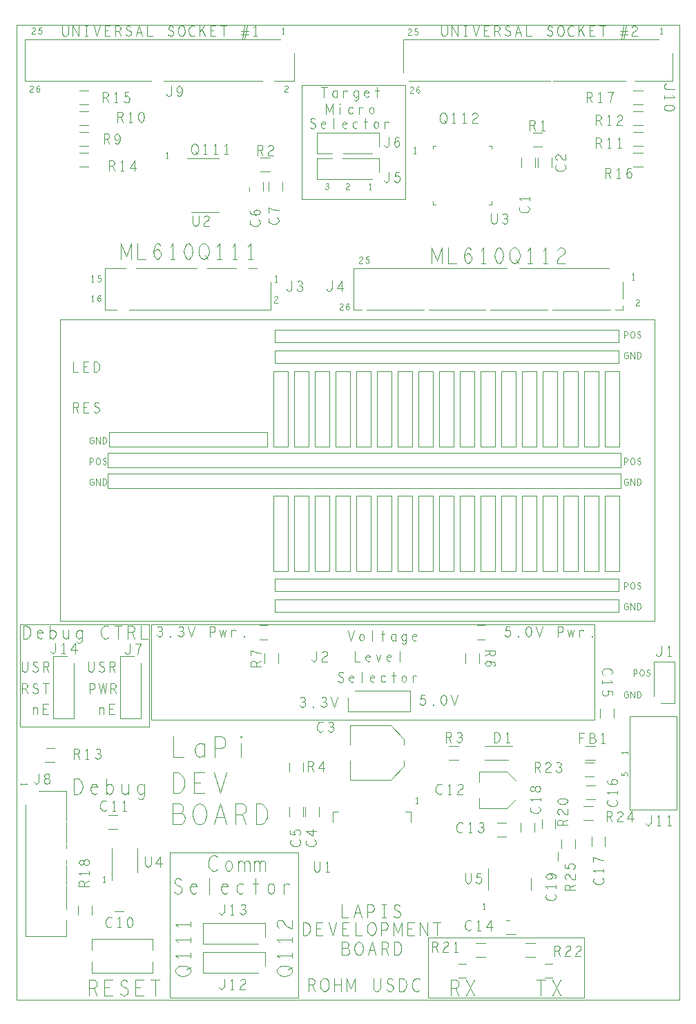
<source format=gbr>
G04 ================== begin FILE IDENTIFICATION RECORD ==================*
G04 Layout Name:  mlpmcu-Rev1.9.brd*
G04 Film Name:    LaPi-SilkscreenTop-Rev1-9-Final*
G04 File Format:  Gerber RS274X*
G04 File Origin:  Cadence Allegro 16.5-P002*
G04 Origin Date:  Wed Apr 10 14:32:15 2013*
G04 *
G04 Layer:  MANUFACTURING/AUTOSILK_TOP*
G04 Layer:  BOARD GEOMETRY/OUTLINE*
G04 *
G04 Offset:    (0.00 0.00)*
G04 Mirror:    No*
G04 Mode:      Positive*
G04 Rotation:  0*
G04 FullContactRelief:  No*
G04 UndefLineWidth:     1.00*
G04 ================== end FILE IDENTIFICATION RECORD ====================*
%FSAX25Y25*MOIN*%
%IR0*IPPOS*OFA0.00000B0.00000*MIA0B0*SFA1.00000B1.00000*%
%ADD10C,.001*%
%ADD11C,.00472*%
G75*
%LPD*%
G75*
G54D10*
G01X0Y0D02*
Y0470000D01*
X0320000D01*
Y0D01*
X0D01*
G01X0027747Y0099000D02*
Y0106500D01*
X0029613D01*
X0030360Y0106125D01*
X0030920Y0105625D01*
X0031387Y0104875D01*
X0031760Y0104000D01*
X0031853Y0102750D01*
X0031760Y0101500D01*
X0031387Y0100625D01*
X0030920Y0099875D01*
X0030360Y0099375D01*
X0029613Y0099000D01*
X0027747D01*
G01X0035900Y0102375D02*
X0038887D01*
X0038607Y0103250D01*
X0038140Y0103750D01*
X0037487Y0104000D01*
X0036833Y0103875D01*
X0036273Y0103500D01*
X0035900Y0102625D01*
X0035713Y0101875D01*
Y0101125D01*
X0035900Y0100375D01*
X0036367Y0099625D01*
X0036927Y0099125D01*
X0037580Y0099000D01*
X0038233Y0099250D01*
X0038887Y0100000D01*
G01X0043120Y0099000D02*
Y0106500D01*
G01Y0102750D02*
X0043587Y0103500D01*
X0044147Y0103875D01*
X0044707Y0104000D01*
X0045547Y0103750D01*
X0046107Y0103250D01*
X0046480Y0102375D01*
Y0101375D01*
X0046293Y0100375D01*
X0045920Y0099625D01*
X0045267Y0099125D01*
X0044707Y0099000D01*
X0044147Y0099125D01*
X0043587Y0099500D01*
X0043120Y0100125D01*
G01X0050713Y0104000D02*
Y0100500D01*
X0051087Y0099625D01*
X0051647Y0099125D01*
X0052300Y0099000D01*
X0052953Y0099125D01*
X0053513Y0099625D01*
X0053887Y0100500D01*
G01Y0099000D02*
Y0104000D01*
G01X0058493Y0097125D02*
X0059147Y0096625D01*
X0059893Y0096500D01*
X0060547Y0096625D01*
X0061107Y0097250D01*
X0061480Y0098125D01*
Y0104000D01*
G01Y0103000D02*
X0061107Y0103500D01*
X0060547Y0103875D01*
X0059893Y0104000D01*
X0059147Y0103750D01*
X0058680Y0103250D01*
X0058307Y0102375D01*
X0058120Y0101500D01*
X0058213Y0100750D01*
X0058587Y0099875D01*
X0059147Y0099250D01*
X0059893Y0099000D01*
X0060453Y0099125D01*
X0061107Y0099625D01*
X0061480Y0100125D01*
G01X0002000Y0103850D02*
X0005100D01*
X0004480Y0104310D01*
G01X0002000D02*
Y0103390D01*
G01X0008183Y0105000D02*
X0008500Y0104500D01*
X0008880Y0104167D01*
X0009323Y0104000D01*
X0009830Y0104167D01*
X0010210Y0104500D01*
X0010590Y0105000D01*
X0010717Y0105667D01*
Y0109000D01*
G01X0014550Y0104000D02*
X0014993Y0104083D01*
X0015500Y0104333D01*
X0015817Y0104750D01*
X0015943Y0105333D01*
X0015817Y0105917D01*
X0015437Y0106417D01*
X0014867Y0106667D01*
X0014233D01*
X0013853Y0106833D01*
X0013537Y0107250D01*
X0013410Y0107833D01*
X0013600Y0108417D01*
X0014043Y0108833D01*
X0014550Y0109000D01*
X0015057Y0108833D01*
X0015500Y0108417D01*
X0015690Y0107833D01*
X0015563Y0107250D01*
X0015247Y0106833D01*
X0014867Y0106667D01*
X0014233D01*
X0013663Y0106417D01*
X0013283Y0105917D01*
X0013157Y0105333D01*
X0013283Y0104750D01*
X0013600Y0104333D01*
X0014107Y0104083D01*
X0014550Y0104000D01*
G01X0064000Y0181000D02*
Y0131500D01*
X0001500D01*
Y0181000D01*
X0064000D01*
G01X0027633Y0116000D02*
Y0121000D01*
X0029217D01*
X0029723Y0120750D01*
X0030040Y0120417D01*
X0030167Y0119750D01*
X0030040Y0119083D01*
X0029660Y0118667D01*
X0029217Y0118417D01*
X0027633D01*
G01X0029217D02*
X0030167Y0116000D01*
G01X0034000D02*
Y0121000D01*
X0033240Y0120000D01*
G01Y0116000D02*
X0034760D01*
G01X0037707Y0117000D02*
X0038087Y0116417D01*
X0038593Y0116083D01*
X0039163Y0116000D01*
X0039670Y0116083D01*
X0040177Y0116500D01*
X0040493Y0117000D01*
X0040557Y0117500D01*
X0040430Y0118083D01*
X0039987Y0118500D01*
X0039543Y0118667D01*
X0038973D01*
G01X0039543D02*
X0039923Y0118917D01*
X0040240Y0119333D01*
X0040367Y0119833D01*
X0040240Y0120333D01*
X0039923Y0120750D01*
X0039353Y0121000D01*
X0038783Y0120917D01*
X0038213Y0120583D01*
G01X0002633Y0147500D02*
Y0152500D01*
X0004217D01*
X0004723Y0152250D01*
X0005040Y0151917D01*
X0005167Y0151250D01*
X0005040Y0150583D01*
X0004660Y0150167D01*
X0004217Y0149917D01*
X0002633D01*
G01X0004217D02*
X0005167Y0147500D01*
G01X0007670Y0148167D02*
X0008177Y0147750D01*
X0008747Y0147500D01*
X0009253D01*
X0009760Y0147750D01*
X0010140Y0148167D01*
X0010330Y0148750D01*
X0010203Y0149333D01*
X0009887Y0149833D01*
X0009317Y0150167D01*
X0008557Y0150333D01*
X0008113Y0150667D01*
X0007923Y0151250D01*
X0008050Y0151833D01*
X0008367Y0152250D01*
X0008810Y0152500D01*
X0009253D01*
X0009697Y0152333D01*
X0010077Y0151917D01*
G01X0014100Y0152500D02*
Y0147500D01*
G01X0012643Y0152500D02*
X0015557D01*
G01X0002507Y0163000D02*
Y0159417D01*
X0002760Y0158667D01*
X0003267Y0158167D01*
X0003900Y0158000D01*
X0004533Y0158167D01*
X0005040Y0158667D01*
X0005293Y0159417D01*
Y0163000D01*
G01X0007670Y0158667D02*
X0008177Y0158250D01*
X0008747Y0158000D01*
X0009253D01*
X0009760Y0158250D01*
X0010140Y0158667D01*
X0010330Y0159250D01*
X0010203Y0159833D01*
X0009887Y0160333D01*
X0009317Y0160667D01*
X0008557Y0160833D01*
X0008113Y0161167D01*
X0007923Y0161750D01*
X0008050Y0162333D01*
X0008367Y0162750D01*
X0008810Y0163000D01*
X0009253D01*
X0009697Y0162833D01*
X0010077Y0162417D01*
G01X0012833Y0158000D02*
Y0163000D01*
X0014417D01*
X0014923Y0162750D01*
X0015240Y0162417D01*
X0015367Y0161750D01*
X0015240Y0161083D01*
X0014860Y0160667D01*
X0014417Y0160417D01*
X0012833D01*
G01X0014417D02*
X0015367Y0158000D01*
G01X0007823Y0137500D02*
Y0140833D01*
G01Y0140000D02*
X0008077Y0140417D01*
X0008457Y0140750D01*
X0008963Y0140833D01*
X0009407Y0140750D01*
X0009787Y0140417D01*
X0009977Y0139833D01*
Y0137500D01*
G01X0015267D02*
X0012733D01*
Y0142500D01*
X0015267D01*
G01X0014253Y0140083D02*
X0012733D01*
G01X0003127Y0174000D02*
Y0180300D01*
X0004693D01*
X0005320Y0179985D01*
X0005790Y0179565D01*
X0006182Y0178935D01*
X0006495Y0178200D01*
X0006573Y0177150D01*
X0006495Y0176100D01*
X0006182Y0175365D01*
X0005790Y0174735D01*
X0005320Y0174315D01*
X0004693Y0174000D01*
X0003127D01*
G01X0009975Y0176835D02*
X0012482D01*
X0012247Y0177570D01*
X0011855Y0177990D01*
X0011307Y0178200D01*
X0010758Y0178095D01*
X0010288Y0177780D01*
X0009975Y0177045D01*
X0009818Y0176415D01*
Y0175785D01*
X0009975Y0175155D01*
X0010367Y0174525D01*
X0010837Y0174105D01*
X0011385Y0174000D01*
X0011933Y0174210D01*
X0012482Y0174840D01*
G01X0016040Y0174000D02*
Y0180300D01*
G01Y0177150D02*
X0016432Y0177780D01*
X0016902Y0178095D01*
X0017372Y0178200D01*
X0018077Y0177990D01*
X0018547Y0177570D01*
X0018860Y0176835D01*
Y0175995D01*
X0018703Y0175155D01*
X0018390Y0174525D01*
X0017842Y0174105D01*
X0017372Y0174000D01*
X0016902Y0174105D01*
X0016432Y0174420D01*
X0016040Y0174945D01*
G01X0022418Y0178200D02*
Y0175260D01*
X0022732Y0174525D01*
X0023202Y0174105D01*
X0023750Y0174000D01*
X0024298Y0174105D01*
X0024768Y0174525D01*
X0025082Y0175260D01*
G01Y0174000D02*
Y0178200D01*
G01X0028953Y0172425D02*
X0029502Y0172005D01*
X0030128Y0171900D01*
X0030677Y0172005D01*
X0031147Y0172530D01*
X0031460Y0173265D01*
Y0178200D01*
G01Y0177360D02*
X0031147Y0177780D01*
X0030677Y0178095D01*
X0030128Y0178200D01*
X0029502Y0177990D01*
X0029110Y0177570D01*
X0028797Y0176835D01*
X0028640Y0176100D01*
X0028718Y0175470D01*
X0029032Y0174735D01*
X0029502Y0174210D01*
X0030128Y0174000D01*
X0030598Y0174105D01*
X0031147Y0174525D01*
X0031460Y0174945D01*
G01X0044373Y0179775D02*
X0043903Y0180090D01*
X0043355Y0180300D01*
X0042728D01*
X0042023Y0179985D01*
X0041475Y0179460D01*
X0041083Y0178830D01*
X0040770Y0177780D01*
X0040692Y0176835D01*
X0040848Y0175890D01*
X0041083Y0175260D01*
X0041553Y0174630D01*
X0042102Y0174210D01*
X0042650Y0174000D01*
X0043198D01*
X0043747Y0174210D01*
X0044217Y0174525D01*
X0044608Y0174945D01*
G01X0048950Y0180300D02*
Y0174000D01*
G01X0047148Y0180300D02*
X0050752D01*
G01X0053683Y0174000D02*
Y0180300D01*
X0055642D01*
X0056268Y0179985D01*
X0056660Y0179565D01*
X0056817Y0178725D01*
X0056660Y0177885D01*
X0056190Y0177360D01*
X0055642Y0177045D01*
X0053683D01*
G01X0055642D02*
X0056817Y0174000D01*
G01X0059983Y0180300D02*
Y0174000D01*
X0063117D01*
G01X0021000Y0328000D02*
Y0182500D01*
X0308000D01*
Y0328000D01*
X0021000D01*
G01X0016133Y0168000D02*
X0016450Y0167500D01*
X0016830Y0167167D01*
X0017273Y0167000D01*
X0017780Y0167167D01*
X0018160Y0167500D01*
X0018540Y0168000D01*
X0018667Y0168667D01*
Y0172000D01*
G01X0022500Y0167000D02*
Y0172000D01*
X0021740Y0171000D01*
G01Y0167000D02*
X0023260D01*
G01X0028360D02*
Y0172000D01*
X0026017Y0168417D01*
X0029183D01*
G01X0027133Y0283000D02*
Y0288000D01*
X0028717D01*
X0029223Y0287750D01*
X0029540Y0287417D01*
X0029667Y0286750D01*
X0029540Y0286083D01*
X0029160Y0285667D01*
X0028717Y0285417D01*
X0027133D01*
G01X0028717D02*
X0029667Y0283000D01*
G01X0034767D02*
X0032233D01*
Y0288000D01*
X0034767D01*
G01X0033753Y0285583D02*
X0032233D01*
G01X0037270Y0283667D02*
X0037777Y0283250D01*
X0038347Y0283000D01*
X0038853D01*
X0039360Y0283250D01*
X0039740Y0283667D01*
X0039930Y0284250D01*
X0039803Y0284833D01*
X0039487Y0285333D01*
X0038917Y0285667D01*
X0038157Y0285833D01*
X0037713Y0286167D01*
X0037523Y0286750D01*
X0037650Y0287333D01*
X0037967Y0287750D01*
X0038410Y0288000D01*
X0038853D01*
X0039297Y0287833D01*
X0039677Y0287417D01*
G01X0027133Y0307500D02*
Y0302500D01*
X0029667D01*
G01X0034767D02*
X0032233D01*
Y0307500D01*
X0034767D01*
G01X0033753Y0305083D02*
X0032233D01*
G01X0037207Y0302500D02*
Y0307500D01*
X0038473D01*
X0038980Y0307250D01*
X0039360Y0306917D01*
X0039677Y0306417D01*
X0039930Y0305833D01*
X0039993Y0305000D01*
X0039930Y0304167D01*
X0039677Y0303583D01*
X0039360Y0303083D01*
X0038980Y0302750D01*
X0038473Y0302500D01*
X0037207D01*
G01X0022007Y0469500D02*
Y0465917D01*
X0022260Y0465167D01*
X0022767Y0464667D01*
X0023400Y0464500D01*
X0024033Y0464667D01*
X0024540Y0465167D01*
X0024793Y0465917D01*
Y0469500D01*
G01X0027043Y0464500D02*
Y0469500D01*
X0029957Y0464500D01*
Y0469500D01*
G01X0032840D02*
X0034360D01*
G01X0033600D02*
Y0464500D01*
G01X0032840D02*
X0034360D01*
G01X0037117Y0469500D02*
X0038700Y0464500D01*
X0040283Y0469500D01*
G01X0045067Y0464500D02*
X0042533D01*
Y0469500D01*
X0045067D01*
G01X0044053Y0467083D02*
X0042533D01*
G01X0047633Y0464500D02*
Y0469500D01*
X0049217D01*
X0049723Y0469250D01*
X0050040Y0468917D01*
X0050167Y0468250D01*
X0050040Y0467583D01*
X0049660Y0467167D01*
X0049217Y0466917D01*
X0047633D01*
G01X0049217D02*
X0050167Y0464500D01*
G01X0052670Y0465167D02*
X0053177Y0464750D01*
X0053747Y0464500D01*
X0054253D01*
X0054760Y0464750D01*
X0055140Y0465167D01*
X0055330Y0465750D01*
X0055203Y0466333D01*
X0054887Y0466833D01*
X0054317Y0467167D01*
X0053557Y0467333D01*
X0053113Y0467667D01*
X0052923Y0468250D01*
X0053050Y0468833D01*
X0053367Y0469250D01*
X0053810Y0469500D01*
X0054253D01*
X0054697Y0469333D01*
X0055077Y0468917D01*
G01X0057517Y0464500D02*
X0059100Y0469500D01*
X0060683Y0464500D01*
G01X0060113Y0466250D02*
X0058087D01*
G01X0062933Y0469500D02*
Y0464500D01*
X0065467D01*
G01X0073070Y0465167D02*
X0073577Y0464750D01*
X0074147Y0464500D01*
X0074653D01*
X0075160Y0464750D01*
X0075540Y0465167D01*
X0075730Y0465750D01*
X0075603Y0466333D01*
X0075287Y0466833D01*
X0074717Y0467167D01*
X0073957Y0467333D01*
X0073513Y0467667D01*
X0073323Y0468250D01*
X0073450Y0468833D01*
X0073767Y0469250D01*
X0074210Y0469500D01*
X0074653D01*
X0075097Y0469333D01*
X0075477Y0468917D01*
G01X0079500Y0464500D02*
X0078993Y0464583D01*
X0078550Y0464917D01*
X0078170Y0465417D01*
X0077917Y0466000D01*
X0077790Y0466667D01*
Y0467333D01*
X0077917Y0468000D01*
X0078170Y0468583D01*
X0078550Y0469083D01*
X0078993Y0469417D01*
X0079500Y0469500D01*
X0080007Y0469417D01*
X0080450Y0469083D01*
X0080830Y0468583D01*
X0081083Y0468000D01*
X0081210Y0467333D01*
Y0466667D01*
X0081083Y0466000D01*
X0080830Y0465417D01*
X0080450Y0464917D01*
X0080007Y0464583D01*
X0079500Y0464500D01*
G01X0085993Y0469083D02*
X0085613Y0469333D01*
X0085170Y0469500D01*
X0084663D01*
X0084093Y0469250D01*
X0083650Y0468833D01*
X0083333Y0468333D01*
X0083080Y0467500D01*
X0083017Y0466750D01*
X0083143Y0466000D01*
X0083333Y0465500D01*
X0083713Y0465000D01*
X0084157Y0464667D01*
X0084600Y0464500D01*
X0085043D01*
X0085487Y0464667D01*
X0085867Y0464917D01*
X0086183Y0465250D01*
G01X0088307Y0464500D02*
Y0469500D01*
G01X0090713D02*
X0088307Y0466417D01*
G01X0091093Y0464500D02*
X0089383Y0467833D01*
G01X0096067Y0464500D02*
X0093533D01*
Y0469500D01*
X0096067D01*
G01X0095053Y0467083D02*
X0093533D01*
G01X0099900Y0469500D02*
Y0464500D01*
G01X0098443Y0469500D02*
X0101357D01*
G01X0108833Y0462833D02*
X0110100Y0469500D01*
G01X0111367D02*
X0110100Y0462833D01*
G01X0108200Y0465333D02*
X0112000D01*
G01Y0467000D02*
X0108200D01*
G01X0115200Y0464500D02*
Y0469500D01*
X0114440Y0468500D01*
G01Y0464500D02*
X0115960D01*
G01X0007422Y0468083D02*
X0007652Y0468393D01*
X0007920Y0468548D01*
X0008227Y0468600D01*
X0008610Y0468497D01*
X0008878Y0468238D01*
X0008955Y0467928D01*
X0008917Y0467618D01*
X0008763Y0467360D01*
X0007997Y0466843D01*
X0007652Y0466482D01*
X0007422Y0465965D01*
X0007345Y0465500D01*
X0008955D01*
G01X0010407Y0465965D02*
X0010637Y0465707D01*
X0010905Y0465552D01*
X0011250Y0465500D01*
X0011595Y0465603D01*
X0011863Y0465810D01*
X0012055Y0466172D01*
X0012093Y0466585D01*
X0012017Y0466998D01*
X0011825Y0467257D01*
X0011557Y0467463D01*
X0011288Y0467515D01*
X0011020Y0467463D01*
X0010675Y0467257D01*
X0010790Y0468600D01*
X0011825D01*
G01X0006422Y0440083D02*
X0006652Y0440393D01*
X0006920Y0440548D01*
X0007227Y0440600D01*
X0007610Y0440497D01*
X0007878Y0440238D01*
X0007955Y0439928D01*
X0007917Y0439618D01*
X0007763Y0439360D01*
X0006997Y0438843D01*
X0006652Y0438482D01*
X0006422Y0437965D01*
X0006345Y0437500D01*
X0007955D01*
G01X0009522Y0438792D02*
X0009790Y0439153D01*
X0010020Y0439360D01*
X0010327Y0439463D01*
X0010595Y0439360D01*
X0010787Y0439153D01*
X0010940Y0438843D01*
X0010978Y0438482D01*
X0010940Y0438172D01*
X0010787Y0437862D01*
X0010557Y0437603D01*
X0010288Y0437500D01*
X0009982Y0437603D01*
X0009713Y0437913D01*
X0009560Y0438378D01*
X0009522Y0438895D01*
X0009598Y0439567D01*
X0009713Y0439928D01*
X0009905Y0440290D01*
X0010173Y0440548D01*
X0010442Y0440600D01*
X0010710Y0440497D01*
X0010902Y0440238D01*
G01X0034933Y0002000D02*
Y0009500D01*
X0037267D01*
X0038013Y0009125D01*
X0038480Y0008625D01*
X0038667Y0007625D01*
X0038480Y0006625D01*
X0037920Y0006000D01*
X0037267Y0005625D01*
X0034933D01*
G01X0037267D02*
X0038667Y0002000D01*
G01X0046167D02*
X0042433D01*
Y0009500D01*
X0046167D01*
G01X0044673Y0005875D02*
X0042433D01*
G01X0049840Y0003000D02*
X0050587Y0002375D01*
X0051427Y0002000D01*
X0052173D01*
X0052920Y0002375D01*
X0053480Y0003000D01*
X0053760Y0003875D01*
X0053573Y0004750D01*
X0053107Y0005500D01*
X0052267Y0006000D01*
X0051147Y0006250D01*
X0050493Y0006750D01*
X0050213Y0007625D01*
X0050400Y0008500D01*
X0050867Y0009125D01*
X0051520Y0009500D01*
X0052173D01*
X0052827Y0009250D01*
X0053387Y0008625D01*
G01X0061167Y0002000D02*
X0057433D01*
Y0009500D01*
X0061167D01*
G01X0059673Y0005875D02*
X0057433D01*
G01X0066800Y0009500D02*
Y0002000D01*
G01X0064653Y0009500D02*
X0068947D01*
G01X0045793Y0039383D02*
X0045413Y0039633D01*
X0044970Y0039800D01*
X0044463D01*
X0043893Y0039550D01*
X0043450Y0039133D01*
X0043133Y0038633D01*
X0042880Y0037800D01*
X0042817Y0037050D01*
X0042943Y0036300D01*
X0043133Y0035800D01*
X0043513Y0035300D01*
X0043957Y0034967D01*
X0044400Y0034800D01*
X0044843D01*
X0045287Y0034967D01*
X0045667Y0035217D01*
X0045983Y0035550D01*
G01X0049500Y0034800D02*
Y0039800D01*
X0048740Y0038800D01*
G01Y0034800D02*
X0050260D01*
G01X0054600Y0039800D02*
X0054093Y0039633D01*
X0053713Y0039217D01*
X0053460Y0038717D01*
X0053270Y0038050D01*
X0053207Y0037300D01*
X0053270Y0036550D01*
X0053460Y0035883D01*
X0053713Y0035383D01*
X0054093Y0034967D01*
X0054600Y0034800D01*
X0055107Y0034967D01*
X0055487Y0035383D01*
X0055740Y0035883D01*
X0055930Y0036550D01*
X0055993Y0037300D01*
X0055930Y0038050D01*
X0055740Y0038717D01*
X0055487Y0039217D01*
X0055107Y0039633D01*
X0054600Y0039800D01*
G01X0035000Y0054633D02*
X0030000D01*
Y0056217D01*
X0030250Y0056723D01*
X0030583Y0057040D01*
X0031250Y0057167D01*
X0031917Y0057040D01*
X0032333Y0056660D01*
X0032583Y0056217D01*
Y0054633D01*
G01Y0056217D02*
X0035000Y0057167D01*
G01Y0061000D02*
X0030000D01*
X0031000Y0060240D01*
G01X0035000D02*
Y0061760D01*
G01Y0066100D02*
X0034917Y0066543D01*
X0034667Y0067050D01*
X0034250Y0067367D01*
X0033667Y0067493D01*
X0033083Y0067367D01*
X0032583Y0066987D01*
X0032333Y0066417D01*
Y0065783D01*
X0032167Y0065403D01*
X0031750Y0065087D01*
X0031167Y0064960D01*
X0030583Y0065150D01*
X0030167Y0065593D01*
X0030000Y0066100D01*
X0030167Y0066607D01*
X0030583Y0067050D01*
X0031167Y0067240D01*
X0031750Y0067113D01*
X0032167Y0066797D01*
X0032333Y0066417D01*
Y0065783D01*
X0032583Y0065213D01*
X0033083Y0064833D01*
X0033667Y0064707D01*
X0034250Y0064833D01*
X0034667Y0065150D01*
X0034917Y0065657D01*
X0035000Y0066100D01*
G01X0042150Y0056500D02*
Y0059600D01*
X0041690Y0058980D01*
G01Y0056500D02*
X0042610D01*
G01X0042150D02*
Y0059600D01*
X0041690Y0058980D01*
G01Y0056500D02*
X0042610D01*
G01X0043293Y0095583D02*
X0042913Y0095833D01*
X0042470Y0096000D01*
X0041963D01*
X0041393Y0095750D01*
X0040950Y0095333D01*
X0040633Y0094833D01*
X0040380Y0094000D01*
X0040317Y0093250D01*
X0040443Y0092500D01*
X0040633Y0092000D01*
X0041013Y0091500D01*
X0041457Y0091167D01*
X0041900Y0091000D01*
X0042343D01*
X0042787Y0091167D01*
X0043167Y0091417D01*
X0043483Y0091750D01*
G01X0047000Y0091000D02*
Y0096000D01*
X0046240Y0095000D01*
G01Y0091000D02*
X0047760D01*
G01X0052100D02*
Y0096000D01*
X0051340Y0095000D01*
G01Y0091000D02*
X0052860D01*
G01X0035133Y0147500D02*
Y0152500D01*
X0036653D01*
X0037160Y0152250D01*
X0037540Y0151667D01*
X0037667Y0151000D01*
X0037540Y0150333D01*
X0037223Y0149833D01*
X0036653Y0149583D01*
X0035133D01*
G01X0039600Y0152500D02*
X0040487Y0147500D01*
X0041500Y0152500D01*
X0042513Y0147500D01*
X0043400Y0152500D01*
G01X0045333Y0147500D02*
Y0152500D01*
X0046917D01*
X0047423Y0152250D01*
X0047740Y0151917D01*
X0047867Y0151250D01*
X0047740Y0150583D01*
X0047360Y0150167D01*
X0046917Y0149917D01*
X0045333D01*
G01X0046917D02*
X0047867Y0147500D01*
G01X0034507Y0163000D02*
Y0159417D01*
X0034760Y0158667D01*
X0035267Y0158167D01*
X0035900Y0158000D01*
X0036533Y0158167D01*
X0037040Y0158667D01*
X0037293Y0159417D01*
Y0163000D01*
G01X0039670Y0158667D02*
X0040177Y0158250D01*
X0040747Y0158000D01*
X0041253D01*
X0041760Y0158250D01*
X0042140Y0158667D01*
X0042330Y0159250D01*
X0042203Y0159833D01*
X0041887Y0160333D01*
X0041317Y0160667D01*
X0040557Y0160833D01*
X0040113Y0161167D01*
X0039923Y0161750D01*
X0040050Y0162333D01*
X0040367Y0162750D01*
X0040810Y0163000D01*
X0041253D01*
X0041697Y0162833D01*
X0042077Y0162417D01*
G01X0044833Y0158000D02*
Y0163000D01*
X0046417D01*
X0046923Y0162750D01*
X0047240Y0162417D01*
X0047367Y0161750D01*
X0047240Y0161083D01*
X0046860Y0160667D01*
X0046417Y0160417D01*
X0044833D01*
G01X0046417D02*
X0047367Y0158000D01*
G01X0039823Y0137500D02*
Y0140833D01*
G01Y0140000D02*
X0040077Y0140417D01*
X0040457Y0140750D01*
X0040963Y0140833D01*
X0041407Y0140750D01*
X0041787Y0140417D01*
X0041977Y0139833D01*
Y0137500D01*
G01X0047267D02*
X0044733D01*
Y0142500D01*
X0047267D01*
G01X0046253Y0140083D02*
X0044733D01*
G01X0052183Y0167500D02*
X0052500Y0167000D01*
X0052880Y0166667D01*
X0053323Y0166500D01*
X0053830Y0166667D01*
X0054210Y0167000D01*
X0054590Y0167500D01*
X0054717Y0168167D01*
Y0171500D01*
G01X0058423Y0166500D02*
X0058550Y0167583D01*
X0058740Y0168500D01*
X0058993Y0169333D01*
X0059310Y0170250D01*
X0059817Y0171500D01*
X0057283D01*
G01X0036380Y0249550D02*
X0037147D01*
Y0248620D01*
X0036917Y0248310D01*
X0036648Y0248103D01*
X0036265Y0248000D01*
X0035882Y0248103D01*
X0035613Y0248310D01*
X0035383Y0248620D01*
X0035230Y0248982D01*
X0035153Y0249395D01*
Y0249757D01*
X0035230Y0250067D01*
X0035383Y0250428D01*
X0035613Y0250738D01*
X0035843Y0250945D01*
X0036150Y0251100D01*
X0036418D01*
X0036725Y0250997D01*
X0036955Y0250790D01*
G01X0038368Y0248000D02*
Y0251100D01*
X0040132Y0248000D01*
Y0251100D01*
G01X0041507Y0248000D02*
Y0251100D01*
X0042273D01*
X0042580Y0250945D01*
X0042810Y0250738D01*
X0043002Y0250428D01*
X0043155Y0250067D01*
X0043193Y0249550D01*
X0043155Y0249033D01*
X0043002Y0248672D01*
X0042810Y0248362D01*
X0042580Y0248155D01*
X0042273Y0248000D01*
X0041507D01*
G01X0291500Y0246500D02*
Y0253500D01*
X0044000D01*
Y0246500D01*
X0291500D01*
G01X0035383Y0258000D02*
Y0261100D01*
X0036303D01*
X0036610Y0260945D01*
X0036840Y0260583D01*
X0036917Y0260170D01*
X0036840Y0259757D01*
X0036648Y0259447D01*
X0036303Y0259292D01*
X0035383D01*
G01X0039250Y0258000D02*
X0038943Y0258052D01*
X0038675Y0258258D01*
X0038445Y0258568D01*
X0038292Y0258930D01*
X0038215Y0259343D01*
Y0259757D01*
X0038292Y0260170D01*
X0038445Y0260532D01*
X0038675Y0260842D01*
X0038943Y0261048D01*
X0039250Y0261100D01*
X0039557Y0261048D01*
X0039825Y0260842D01*
X0040055Y0260532D01*
X0040208Y0260170D01*
X0040285Y0259757D01*
Y0259343D01*
X0040208Y0258930D01*
X0040055Y0258568D01*
X0039825Y0258258D01*
X0039557Y0258052D01*
X0039250Y0258000D01*
G01X0041545Y0258413D02*
X0041852Y0258155D01*
X0042197Y0258000D01*
X0042503D01*
X0042810Y0258155D01*
X0043040Y0258413D01*
X0043155Y0258775D01*
X0043078Y0259137D01*
X0042887Y0259447D01*
X0042542Y0259653D01*
X0042082Y0259757D01*
X0041813Y0259963D01*
X0041698Y0260325D01*
X0041775Y0260687D01*
X0041967Y0260945D01*
X0042235Y0261100D01*
X0042503D01*
X0042772Y0260997D01*
X0043002Y0260738D01*
G01X0036380Y0269550D02*
X0037147D01*
Y0268620D01*
X0036917Y0268310D01*
X0036648Y0268103D01*
X0036265Y0268000D01*
X0035882Y0268103D01*
X0035613Y0268310D01*
X0035383Y0268620D01*
X0035230Y0268982D01*
X0035153Y0269395D01*
Y0269757D01*
X0035230Y0270067D01*
X0035383Y0270428D01*
X0035613Y0270738D01*
X0035843Y0270945D01*
X0036150Y0271100D01*
X0036418D01*
X0036725Y0270997D01*
X0036955Y0270790D01*
G01X0038368Y0268000D02*
Y0271100D01*
X0040132Y0268000D01*
Y0271100D01*
G01X0041507Y0268000D02*
Y0271100D01*
X0042273D01*
X0042580Y0270945D01*
X0042810Y0270738D01*
X0043002Y0270428D01*
X0043155Y0270067D01*
X0043193Y0269550D01*
X0043155Y0269033D01*
X0043002Y0268672D01*
X0042810Y0268362D01*
X0042580Y0268155D01*
X0042273Y0268000D01*
X0041507D01*
G01X0291500Y0263500D02*
Y0256500D01*
X0044000D01*
Y0263500D01*
X0291500D01*
G01X0044500Y0273500D02*
Y0266500D01*
X0121000D01*
Y0273500D01*
X0044500D01*
G01X0036650Y0346000D02*
Y0349100D01*
X0036190Y0348480D01*
G01Y0346000D02*
X0037110D01*
G01X0038907Y0346465D02*
X0039137Y0346207D01*
X0039405Y0346052D01*
X0039750Y0346000D01*
X0040095Y0346103D01*
X0040363Y0346310D01*
X0040555Y0346672D01*
X0040593Y0347085D01*
X0040517Y0347498D01*
X0040325Y0347757D01*
X0040057Y0347963D01*
X0039788Y0348015D01*
X0039520Y0347963D01*
X0039175Y0347757D01*
X0039290Y0349100D01*
X0040325D01*
G01X0036650Y0336500D02*
Y0339600D01*
X0036190Y0338980D01*
G01Y0336500D02*
X0037110D01*
G01X0039022Y0337792D02*
X0039290Y0338153D01*
X0039520Y0338360D01*
X0039827Y0338463D01*
X0040095Y0338360D01*
X0040287Y0338153D01*
X0040440Y0337843D01*
X0040478Y0337482D01*
X0040440Y0337172D01*
X0040287Y0336862D01*
X0040057Y0336603D01*
X0039788Y0336500D01*
X0039482Y0336603D01*
X0039213Y0336913D01*
X0039060Y0337378D01*
X0039022Y0337895D01*
X0039098Y0338567D01*
X0039213Y0338928D01*
X0039405Y0339290D01*
X0039673Y0339548D01*
X0039942Y0339600D01*
X0040210Y0339497D01*
X0040402Y0339238D01*
G01X0050373Y0357000D02*
Y0364500D01*
X0052800Y0358250D01*
X0055227Y0364500D01*
Y0357000D01*
G01X0058433Y0364500D02*
Y0357000D01*
X0062167D01*
G01X0066027Y0360125D02*
X0066680Y0361000D01*
X0067240Y0361500D01*
X0067987Y0361750D01*
X0068640Y0361500D01*
X0069107Y0361000D01*
X0069480Y0360250D01*
X0069573Y0359375D01*
X0069480Y0358625D01*
X0069107Y0357875D01*
X0068547Y0357250D01*
X0067893Y0357000D01*
X0067147Y0357250D01*
X0066493Y0358000D01*
X0066120Y0359125D01*
X0066027Y0360375D01*
X0066213Y0362000D01*
X0066493Y0362875D01*
X0066960Y0363750D01*
X0067613Y0364375D01*
X0068267Y0364500D01*
X0068920Y0364250D01*
X0069387Y0363625D01*
G01X0075300Y0357000D02*
Y0364500D01*
X0074180Y0363000D01*
G01Y0357000D02*
X0076420D01*
G01X0082800Y0364500D02*
X0082053Y0364250D01*
X0081493Y0363625D01*
X0081120Y0362875D01*
X0080840Y0361875D01*
X0080747Y0360750D01*
X0080840Y0359625D01*
X0081120Y0358625D01*
X0081493Y0357875D01*
X0082053Y0357250D01*
X0082800Y0357000D01*
X0083547Y0357250D01*
X0084107Y0357875D01*
X0084480Y0358625D01*
X0084760Y0359625D01*
X0084853Y0360750D01*
X0084760Y0361875D01*
X0084480Y0362875D01*
X0084107Y0363625D01*
X0083547Y0364250D01*
X0082800Y0364500D01*
G01X0090300Y0357000D02*
X0089553Y0357125D01*
X0088900Y0357625D01*
X0088340Y0358375D01*
X0087967Y0359250D01*
X0087780Y0360250D01*
Y0361250D01*
X0087967Y0362250D01*
X0088340Y0363125D01*
X0088900Y0363875D01*
X0089553Y0364375D01*
X0090300Y0364500D01*
X0091047Y0364375D01*
X0091700Y0363875D01*
X0092260Y0363125D01*
X0092633Y0362250D01*
X0092820Y0361250D01*
Y0360250D01*
X0092633Y0359250D01*
X0092260Y0358375D01*
X0091700Y0357625D01*
X0091047Y0357125D01*
X0090300Y0357000D01*
G01X0091047Y0359000D02*
X0092167Y0357000D01*
G01X0097800D02*
Y0364500D01*
X0096680Y0363000D01*
G01Y0357000D02*
X0098920D01*
G01X0105300D02*
Y0364500D01*
X0104180Y0363000D01*
G01Y0357000D02*
X0106420D01*
G01X0112800D02*
Y0364500D01*
X0111680Y0363000D01*
G01Y0357000D02*
X0113920D01*
G01X0044633Y0399500D02*
Y0404500D01*
X0046217D01*
X0046723Y0404250D01*
X0047040Y0403917D01*
X0047167Y0403250D01*
X0047040Y0402583D01*
X0046660Y0402167D01*
X0046217Y0401917D01*
X0044633D01*
G01X0046217D02*
X0047167Y0399500D01*
G01X0051000D02*
Y0404500D01*
X0050240Y0403500D01*
G01Y0399500D02*
X0051760D01*
G01X0056860D02*
Y0404500D01*
X0054517Y0400917D01*
X0057683D01*
G01X0042183Y0412500D02*
Y0417500D01*
X0043767D01*
X0044273Y0417250D01*
X0044590Y0416917D01*
X0044717Y0416250D01*
X0044590Y0415583D01*
X0044210Y0415167D01*
X0043767Y0414917D01*
X0042183D01*
G01X0043767D02*
X0044717Y0412500D01*
G01X0047473Y0413083D02*
X0047917Y0412667D01*
X0048423Y0412500D01*
X0048930Y0412667D01*
X0049373Y0413167D01*
X0049690Y0413917D01*
X0049817Y0414667D01*
Y0415583D01*
X0049690Y0416333D01*
X0049373Y0417000D01*
X0048993Y0417333D01*
X0048550Y0417500D01*
X0048043Y0417333D01*
X0047663Y0417000D01*
X0047410Y0416500D01*
X0047283Y0415833D01*
X0047410Y0415250D01*
X0047727Y0414667D01*
X0048107Y0414333D01*
X0048550Y0414250D01*
X0049057Y0414417D01*
X0049437Y0414833D01*
X0049817Y0415583D01*
G01X0048633Y0423000D02*
Y0428000D01*
X0050217D01*
X0050723Y0427750D01*
X0051040Y0427417D01*
X0051167Y0426750D01*
X0051040Y0426083D01*
X0050660Y0425667D01*
X0050217Y0425417D01*
X0048633D01*
G01X0050217D02*
X0051167Y0423000D01*
G01X0055000D02*
Y0428000D01*
X0054240Y0427000D01*
G01Y0423000D02*
X0055760D01*
G01X0060100Y0428000D02*
X0059593Y0427833D01*
X0059213Y0427417D01*
X0058960Y0426917D01*
X0058770Y0426250D01*
X0058707Y0425500D01*
X0058770Y0424750D01*
X0058960Y0424083D01*
X0059213Y0423583D01*
X0059593Y0423167D01*
X0060100Y0423000D01*
X0060607Y0423167D01*
X0060987Y0423583D01*
X0061240Y0424083D01*
X0061430Y0424750D01*
X0061493Y0425500D01*
X0061430Y0426250D01*
X0061240Y0426917D01*
X0060987Y0427417D01*
X0060607Y0427833D01*
X0060100Y0428000D01*
G01X0041633Y0432500D02*
Y0437500D01*
X0043217D01*
X0043723Y0437250D01*
X0044040Y0436917D01*
X0044167Y0436250D01*
X0044040Y0435583D01*
X0043660Y0435167D01*
X0043217Y0434917D01*
X0041633D01*
G01X0043217D02*
X0044167Y0432500D01*
G01X0048000D02*
Y0437500D01*
X0047240Y0436500D01*
G01Y0432500D02*
X0048760D01*
G01X0051707Y0433250D02*
X0052087Y0432833D01*
X0052530Y0432583D01*
X0053100Y0432500D01*
X0053670Y0432667D01*
X0054113Y0433000D01*
X0054430Y0433583D01*
X0054493Y0434250D01*
X0054367Y0434917D01*
X0054050Y0435333D01*
X0053607Y0435667D01*
X0053163Y0435750D01*
X0052720Y0435667D01*
X0052150Y0435333D01*
X0052340Y0437500D01*
X0054050D01*
G01X0084000Y0013800D02*
X0083875Y0013053D01*
X0083375Y0012400D01*
X0082625Y0011840D01*
X0081750Y0011467D01*
X0080750Y0011280D01*
X0079750D01*
X0078750Y0011467D01*
X0077875Y0011840D01*
X0077125Y0012400D01*
X0076625Y0013053D01*
X0076500Y0013800D01*
X0076625Y0014547D01*
X0077125Y0015200D01*
X0077875Y0015760D01*
X0078750Y0016133D01*
X0079750Y0016320D01*
X0080750D01*
X0081750Y0016133D01*
X0082625Y0015760D01*
X0083375Y0015200D01*
X0083875Y0014547D01*
X0084000Y0013800D01*
G01X0082000Y0014547D02*
X0084000Y0015667D01*
G01Y0021300D02*
X0076500D01*
X0078000Y0020180D01*
G01X0084000D02*
Y0022420D01*
G01Y0028800D02*
X0076500D01*
X0078000Y0027680D01*
G01X0084000D02*
Y0029920D01*
G01Y0036300D02*
X0076500D01*
X0078000Y0035180D01*
G01X0084000D02*
Y0037420D01*
G01X0074000Y0071000D02*
Y0001000D01*
X0136000D01*
Y0071000D01*
X0074000D01*
G01X0075840Y0052000D02*
X0076587Y0051375D01*
X0077427Y0051000D01*
X0078173D01*
X0078920Y0051375D01*
X0079480Y0052000D01*
X0079760Y0052875D01*
X0079573Y0053750D01*
X0079107Y0054500D01*
X0078267Y0055000D01*
X0077147Y0055250D01*
X0076493Y0055750D01*
X0076213Y0056625D01*
X0076400Y0057500D01*
X0076867Y0058125D01*
X0077520Y0058500D01*
X0078173D01*
X0078827Y0058250D01*
X0079387Y0057625D01*
G01X0083900Y0054375D02*
X0086887D01*
X0086607Y0055250D01*
X0086140Y0055750D01*
X0085487Y0056000D01*
X0084833Y0055875D01*
X0084273Y0055500D01*
X0083900Y0054625D01*
X0083713Y0053875D01*
Y0053125D01*
X0083900Y0052375D01*
X0084367Y0051625D01*
X0084927Y0051125D01*
X0085580Y0051000D01*
X0086233Y0051250D01*
X0086887Y0052000D01*
G01X0092800Y0051000D02*
Y0058500D01*
G01X0098900Y0054375D02*
X0101887D01*
X0101607Y0055250D01*
X0101140Y0055750D01*
X0100487Y0056000D01*
X0099833Y0055875D01*
X0099273Y0055500D01*
X0098900Y0054625D01*
X0098713Y0053875D01*
Y0053125D01*
X0098900Y0052375D01*
X0099367Y0051625D01*
X0099927Y0051125D01*
X0100580Y0051000D01*
X0101233Y0051250D01*
X0101887Y0052000D01*
G01X0109293Y0055375D02*
X0108640Y0055875D01*
X0108080Y0056000D01*
X0107333Y0055750D01*
X0106773Y0055250D01*
X0106400Y0054375D01*
X0106307Y0053500D01*
X0106400Y0052625D01*
X0106773Y0051875D01*
X0107333Y0051250D01*
X0108080Y0051000D01*
X0108733Y0051250D01*
X0109293Y0051750D01*
G01X0115300Y0058500D02*
Y0051000D01*
G01X0113993Y0056000D02*
X0116607D01*
G01X0122800Y0051000D02*
X0122240Y0051125D01*
X0121680Y0051625D01*
X0121307Y0052500D01*
X0121120Y0053500D01*
X0121307Y0054500D01*
X0121680Y0055375D01*
X0122240Y0055875D01*
X0122800Y0056000D01*
X0123360Y0055875D01*
X0123920Y0055375D01*
X0124293Y0054500D01*
X0124387Y0053500D01*
X0124293Y0052500D01*
X0123920Y0051625D01*
X0123360Y0051125D01*
X0122800Y0051000D01*
G01X0128993D02*
Y0056000D01*
G01Y0055000D02*
X0129460Y0055500D01*
X0129927Y0055875D01*
X0130580Y0056000D01*
X0131047Y0055875D01*
X0131607Y0055500D01*
G01X0062057Y0069000D02*
Y0065417D01*
X0062310Y0064667D01*
X0062817Y0064167D01*
X0063450Y0064000D01*
X0064083Y0064167D01*
X0064590Y0064667D01*
X0064843Y0065417D01*
Y0069000D01*
G01X0069310Y0064000D02*
Y0069000D01*
X0066967Y0065417D01*
X0070133D01*
G01X0079250Y0089833D02*
X0079750Y0090333D01*
X0080125Y0091166D01*
X0080375Y0092333D01*
X0080125Y0093333D01*
X0079625Y0094000D01*
X0078750Y0094500D01*
X0075375D01*
Y0084500D01*
X0079500D01*
X0080375Y0085167D01*
X0080875Y0086167D01*
X0081125Y0087333D01*
X0080875Y0088500D01*
X0080125Y0089500D01*
X0079250Y0089833D01*
X0075375D01*
G01X0088250Y0084500D02*
X0087250Y0084667D01*
X0086375Y0085333D01*
X0085625Y0086333D01*
X0085125Y0087500D01*
X0084875Y0088833D01*
Y0090167D01*
X0085125Y0091500D01*
X0085625Y0092667D01*
X0086375Y0093667D01*
X0087250Y0094333D01*
X0088250Y0094500D01*
X0089250Y0094333D01*
X0090125Y0093667D01*
X0090875Y0092667D01*
X0091375Y0091500D01*
X0091625Y0090167D01*
Y0088833D01*
X0091375Y0087500D01*
X0090875Y0086333D01*
X0090125Y0085333D01*
X0089250Y0084667D01*
X0088250Y0084500D01*
G01X0095125D02*
X0098250Y0094500D01*
X0101375Y0084500D01*
G01X0100250Y0088000D02*
X0096250D01*
G01X0105750Y0084500D02*
Y0094500D01*
X0108875D01*
X0109875Y0094000D01*
X0110500Y0093333D01*
X0110750Y0092000D01*
X0110500Y0090667D01*
X0109750Y0089833D01*
X0108875Y0089333D01*
X0105750D01*
G01X0108875D02*
X0110750Y0084500D01*
G01X0115500D02*
Y0094500D01*
X0118000D01*
X0119000Y0094000D01*
X0119750Y0093333D01*
X0120375Y0092333D01*
X0120875Y0091166D01*
X0121000Y0089500D01*
X0120875Y0087833D01*
X0120375Y0086667D01*
X0119750Y0085666D01*
X0119000Y0085000D01*
X0118000Y0084500D01*
X0115500D01*
G01X0075500Y0099500D02*
Y0109500D01*
X0078000D01*
X0079000Y0109000D01*
X0079750Y0108333D01*
X0080375Y0107333D01*
X0080875Y0106166D01*
X0081000Y0104500D01*
X0080875Y0102833D01*
X0080375Y0101667D01*
X0079750Y0100666D01*
X0079000Y0100000D01*
X0078000Y0099500D01*
X0075500D01*
G01X0090750D02*
X0085750D01*
Y0109500D01*
X0090750D01*
G01X0088750Y0104667D02*
X0085750D01*
G01X0095125Y0109500D02*
X0098250Y0099500D01*
X0101375Y0109500D01*
G01X0075750Y0127000D02*
Y0117000D01*
X0080750D01*
G01X0090500D02*
Y0123666D01*
G01Y0122500D02*
X0090000Y0123167D01*
X0089250Y0123500D01*
X0088375Y0123666D01*
X0087500Y0123333D01*
X0086750Y0122667D01*
X0086250Y0121667D01*
X0086000Y0120333D01*
X0086250Y0119000D01*
X0086750Y0118000D01*
X0087500Y0117333D01*
X0088375Y0117000D01*
X0089250Y0117167D01*
X0090000Y0117667D01*
X0090500Y0118333D01*
G01X0095750Y0117000D02*
Y0127000D01*
X0098750D01*
X0099750Y0126500D01*
X0100500Y0125333D01*
X0100750Y0124000D01*
X0100500Y0122667D01*
X0099875Y0121667D01*
X0098750Y0121166D01*
X0095750D01*
G01X0108250Y0123666D02*
Y0117000D01*
G01Y0126333D02*
X0108000Y0126500D01*
Y0126833D01*
X0108250Y0127000D01*
X0108500Y0126833D01*
Y0126500D01*
X0108250Y0126333D01*
G01X0065000Y0181000D02*
Y0135000D01*
X0279000D01*
Y0181000D01*
X0065000D01*
G01X0067507Y0176000D02*
X0067887Y0175417D01*
X0068393Y0175083D01*
X0068963Y0175000D01*
X0069470Y0175083D01*
X0069977Y0175500D01*
X0070293Y0176000D01*
X0070357Y0176500D01*
X0070230Y0177083D01*
X0069787Y0177500D01*
X0069343Y0177667D01*
X0068773D01*
G01X0069343D02*
X0069723Y0177917D01*
X0070040Y0178333D01*
X0070167Y0178833D01*
X0070040Y0179333D01*
X0069723Y0179750D01*
X0069153Y0180000D01*
X0068583Y0179917D01*
X0068013Y0179583D01*
G01X0074000Y0174833D02*
X0073873Y0174917D01*
Y0175083D01*
X0074000Y0175167D01*
X0074127Y0175083D01*
Y0174917D01*
X0074000Y0174833D01*
G01X0077707Y0176000D02*
X0078087Y0175417D01*
X0078593Y0175083D01*
X0079163Y0175000D01*
X0079670Y0175083D01*
X0080177Y0175500D01*
X0080493Y0176000D01*
X0080557Y0176500D01*
X0080430Y0177083D01*
X0079987Y0177500D01*
X0079543Y0177667D01*
X0078973D01*
G01X0079543D02*
X0079923Y0177917D01*
X0080240Y0178333D01*
X0080367Y0178833D01*
X0080240Y0179333D01*
X0079923Y0179750D01*
X0079353Y0180000D01*
X0078783Y0179917D01*
X0078213Y0179583D01*
G01X0082617Y0180000D02*
X0084200Y0175000D01*
X0085783Y0180000D01*
G01X0093133Y0175000D02*
Y0180000D01*
X0094653D01*
X0095160Y0179750D01*
X0095540Y0179167D01*
X0095667Y0178500D01*
X0095540Y0177833D01*
X0095223Y0177333D01*
X0094653Y0177083D01*
X0093133D01*
G01X0097917Y0178333D02*
X0098677Y0175000D01*
X0099500Y0178333D01*
X0100323Y0175000D01*
X0101083Y0178333D01*
G01X0103713Y0175000D02*
Y0178333D01*
G01Y0177667D02*
X0104030Y0178000D01*
X0104347Y0178250D01*
X0104790Y0178333D01*
X0105107Y0178250D01*
X0105487Y0178000D01*
G01X0109700Y0174833D02*
X0109573Y0174917D01*
Y0175083D01*
X0109700Y0175167D01*
X0109827Y0175083D01*
Y0174917D01*
X0109700Y0174833D01*
G01X0085007Y0378000D02*
Y0374417D01*
X0085260Y0373667D01*
X0085767Y0373167D01*
X0086400Y0373000D01*
X0087033Y0373167D01*
X0087540Y0373667D01*
X0087793Y0374417D01*
Y0378000D01*
G01X0090297Y0377167D02*
X0090677Y0377667D01*
X0091120Y0377917D01*
X0091627Y0378000D01*
X0092260Y0377833D01*
X0092703Y0377417D01*
X0092830Y0376917D01*
X0092767Y0376417D01*
X0092513Y0376000D01*
X0091247Y0375167D01*
X0090677Y0374583D01*
X0090297Y0373750D01*
X0090170Y0373000D01*
X0092830D01*
G01X0072650Y0405500D02*
Y0408600D01*
X0072190Y0407980D01*
G01Y0405500D02*
X0073110D01*
G01X0085900Y0407500D02*
X0085393Y0407583D01*
X0084950Y0407917D01*
X0084570Y0408417D01*
X0084317Y0409000D01*
X0084190Y0409667D01*
Y0410333D01*
X0084317Y0411000D01*
X0084570Y0411583D01*
X0084950Y0412083D01*
X0085393Y0412417D01*
X0085900Y0412500D01*
X0086407Y0412417D01*
X0086850Y0412083D01*
X0087230Y0411583D01*
X0087483Y0411000D01*
X0087610Y0410333D01*
Y0409667D01*
X0087483Y0409000D01*
X0087230Y0408417D01*
X0086850Y0407917D01*
X0086407Y0407583D01*
X0085900Y0407500D01*
G01X0086407Y0408833D02*
X0087167Y0407500D01*
G01X0091000D02*
Y0412500D01*
X0090240Y0411500D01*
G01Y0407500D02*
X0091760D01*
G01X0096100D02*
Y0412500D01*
X0095340Y0411500D01*
G01Y0407500D02*
X0096860D01*
G01X0101200D02*
Y0412500D01*
X0100440Y0411500D01*
G01Y0407500D02*
X0101960D01*
G01X0072183Y0436500D02*
X0072500Y0436000D01*
X0072880Y0435667D01*
X0073323Y0435500D01*
X0073830Y0435667D01*
X0074210Y0436000D01*
X0074590Y0436500D01*
X0074717Y0437167D01*
Y0440500D01*
G01X0077473Y0436083D02*
X0077917Y0435667D01*
X0078423Y0435500D01*
X0078930Y0435667D01*
X0079373Y0436167D01*
X0079690Y0436917D01*
X0079817Y0437667D01*
Y0438583D01*
X0079690Y0439333D01*
X0079373Y0440000D01*
X0078993Y0440333D01*
X0078550Y0440500D01*
X0078043Y0440333D01*
X0077663Y0440000D01*
X0077410Y0439500D01*
X0077283Y0438833D01*
X0077410Y0438250D01*
X0077727Y0437667D01*
X0078107Y0437333D01*
X0078550Y0437250D01*
X0079057Y0437417D01*
X0079437Y0437833D01*
X0079817Y0438583D01*
G01X0097633Y0006000D02*
X0097950Y0005500D01*
X0098330Y0005167D01*
X0098773Y0005000D01*
X0099280Y0005167D01*
X0099660Y0005500D01*
X0100040Y0006000D01*
X0100167Y0006667D01*
Y0010000D01*
G01X0104000Y0005000D02*
Y0010000D01*
X0103240Y0009000D01*
G01Y0005000D02*
X0104760D01*
G01X0107897Y0009167D02*
X0108277Y0009667D01*
X0108720Y0009917D01*
X0109227Y0010000D01*
X0109860Y0009833D01*
X0110303Y0009417D01*
X0110430Y0008917D01*
X0110367Y0008417D01*
X0110113Y0008000D01*
X0108847Y0007167D01*
X0108277Y0006583D01*
X0107897Y0005750D01*
X0107770Y0005000D01*
X0110430D01*
G01X0097633Y0042000D02*
X0097950Y0041500D01*
X0098330Y0041167D01*
X0098773Y0041000D01*
X0099280Y0041167D01*
X0099660Y0041500D01*
X0100040Y0042000D01*
X0100167Y0042667D01*
Y0046000D01*
G01X0104000Y0041000D02*
Y0046000D01*
X0103240Y0045000D01*
G01Y0041000D02*
X0104760D01*
G01X0107707Y0042000D02*
X0108087Y0041417D01*
X0108593Y0041083D01*
X0109163Y0041000D01*
X0109670Y0041083D01*
X0110177Y0041500D01*
X0110493Y0042000D01*
X0110557Y0042500D01*
X0110430Y0043083D01*
X0109987Y0043500D01*
X0109543Y0043667D01*
X0108973D01*
G01X0109543D02*
X0109923Y0043917D01*
X0110240Y0044333D01*
X0110367Y0044833D01*
X0110240Y0045333D01*
X0109923Y0045750D01*
X0109353Y0046000D01*
X0108783Y0045917D01*
X0108213Y0045583D01*
G01X0096853Y0068875D02*
X0096293Y0069250D01*
X0095640Y0069500D01*
X0094893D01*
X0094053Y0069125D01*
X0093400Y0068500D01*
X0092933Y0067750D01*
X0092560Y0066500D01*
X0092467Y0065375D01*
X0092653Y0064250D01*
X0092933Y0063500D01*
X0093493Y0062750D01*
X0094147Y0062250D01*
X0094800Y0062000D01*
X0095453D01*
X0096107Y0062250D01*
X0096667Y0062625D01*
X0097133Y0063125D01*
G01X0102300Y0062000D02*
X0101740Y0062125D01*
X0101180Y0062625D01*
X0100807Y0063500D01*
X0100620Y0064500D01*
X0100807Y0065500D01*
X0101180Y0066375D01*
X0101740Y0066875D01*
X0102300Y0067000D01*
X0102860Y0066875D01*
X0103420Y0066375D01*
X0103793Y0065500D01*
X0103887Y0064500D01*
X0103793Y0063500D01*
X0103420Y0062625D01*
X0102860Y0062125D01*
X0102300Y0062000D01*
G01X0107000D02*
Y0067000D01*
G01Y0065625D02*
X0107280Y0066250D01*
X0107747Y0066750D01*
X0108400Y0067000D01*
X0109053Y0066750D01*
X0109520Y0066250D01*
X0109800Y0065625D01*
Y0062000D01*
G01Y0065625D02*
X0110080Y0066250D01*
X0110547Y0066750D01*
X0111200Y0067000D01*
X0111853Y0066750D01*
X0112320Y0066250D01*
X0112600Y0065500D01*
Y0062000D01*
G01X0114500D02*
Y0067000D01*
G01Y0065625D02*
X0114780Y0066250D01*
X0115247Y0066750D01*
X0115900Y0067000D01*
X0116553Y0066750D01*
X0117020Y0066250D01*
X0117300Y0065625D01*
Y0062000D01*
G01Y0065625D02*
X0117580Y0066250D01*
X0118047Y0066750D01*
X0118700Y0067000D01*
X0119353Y0066750D01*
X0119820Y0066250D01*
X0120100Y0065500D01*
Y0062000D01*
G01X0118000Y0160683D02*
X0113000D01*
Y0162267D01*
X0113250Y0162773D01*
X0113583Y0163090D01*
X0114250Y0163217D01*
X0114917Y0163090D01*
X0115333Y0162710D01*
X0115583Y0162267D01*
Y0160683D01*
G01Y0162267D02*
X0118000Y0163217D01*
G01Y0166923D02*
X0116917Y0167050D01*
X0116000Y0167240D01*
X0115167Y0167493D01*
X0114250Y0167810D01*
X0113000Y0168317D01*
Y0165783D01*
G01X0112917Y0375843D02*
X0112667Y0375463D01*
X0112500Y0375020D01*
Y0374513D01*
X0112750Y0373943D01*
X0113167Y0373500D01*
X0113667Y0373183D01*
X0114500Y0372930D01*
X0115250Y0372867D01*
X0116000Y0372993D01*
X0116500Y0373183D01*
X0117000Y0373563D01*
X0117333Y0374007D01*
X0117500Y0374450D01*
Y0374893D01*
X0117333Y0375337D01*
X0117083Y0375717D01*
X0116750Y0376033D01*
G01X0115417Y0378347D02*
X0114833Y0378790D01*
X0114500Y0379170D01*
X0114333Y0379677D01*
X0114500Y0380120D01*
X0114833Y0380437D01*
X0115333Y0380690D01*
X0115917Y0380753D01*
X0116417Y0380690D01*
X0116917Y0380437D01*
X0117333Y0380057D01*
X0117500Y0379613D01*
X0117333Y0379107D01*
X0116833Y0378663D01*
X0116083Y0378410D01*
X0115250Y0378347D01*
X0114167Y0378473D01*
X0113583Y0378663D01*
X0113000Y0378980D01*
X0112583Y0379423D01*
X0112500Y0379867D01*
X0112667Y0380310D01*
X0113083Y0380627D01*
G01X0116183Y0407000D02*
Y0412000D01*
X0117767D01*
X0118273Y0411750D01*
X0118590Y0411417D01*
X0118717Y0410750D01*
X0118590Y0410083D01*
X0118210Y0409667D01*
X0117767Y0409417D01*
X0116183D01*
G01X0117767D02*
X0118717Y0407000D01*
G01X0121347Y0411167D02*
X0121727Y0411667D01*
X0122170Y0411917D01*
X0122677Y0412000D01*
X0123310Y0411833D01*
X0123753Y0411417D01*
X0123880Y0410917D01*
X0123817Y0410417D01*
X0123563Y0410000D01*
X0122297Y0409167D01*
X0121727Y0408583D01*
X0121347Y0407750D01*
X0121220Y0407000D01*
X0123880D01*
G01X0133000Y0013800D02*
X0132875Y0013053D01*
X0132375Y0012400D01*
X0131625Y0011840D01*
X0130750Y0011467D01*
X0129750Y0011280D01*
X0128750D01*
X0127750Y0011467D01*
X0126875Y0011840D01*
X0126125Y0012400D01*
X0125625Y0013053D01*
X0125500Y0013800D01*
X0125625Y0014547D01*
X0126125Y0015200D01*
X0126875Y0015760D01*
X0127750Y0016133D01*
X0128750Y0016320D01*
X0129750D01*
X0130750Y0016133D01*
X0131625Y0015760D01*
X0132375Y0015200D01*
X0132875Y0014547D01*
X0133000Y0013800D01*
G01X0131000Y0014547D02*
X0133000Y0015667D01*
G01Y0021300D02*
X0125500D01*
X0127000Y0020180D01*
G01X0133000D02*
Y0022420D01*
G01Y0028800D02*
X0125500D01*
X0127000Y0027680D01*
G01X0133000D02*
Y0029920D01*
G01X0126750Y0034527D02*
X0126000Y0035087D01*
X0125625Y0035740D01*
X0125500Y0036487D01*
X0125750Y0037420D01*
X0126375Y0038073D01*
X0127125Y0038260D01*
X0127875Y0038167D01*
X0128500Y0037793D01*
X0129750Y0035927D01*
X0130625Y0035087D01*
X0131875Y0034527D01*
X0133000Y0034340D01*
Y0038260D01*
G01X0140783Y0004000D02*
Y0010300D01*
X0142742D01*
X0143368Y0009985D01*
X0143760Y0009565D01*
X0143917Y0008725D01*
X0143760Y0007885D01*
X0143290Y0007360D01*
X0142742Y0007045D01*
X0140783D01*
G01X0142742D02*
X0143917Y0004000D01*
G01X0148650D02*
X0148023Y0004105D01*
X0147475Y0004525D01*
X0147005Y0005155D01*
X0146692Y0005890D01*
X0146535Y0006730D01*
Y0007570D01*
X0146692Y0008410D01*
X0147005Y0009145D01*
X0147475Y0009775D01*
X0148023Y0010195D01*
X0148650Y0010300D01*
X0149277Y0010195D01*
X0149825Y0009775D01*
X0150295Y0009145D01*
X0150608Y0008410D01*
X0150765Y0007570D01*
Y0006730D01*
X0150608Y0005890D01*
X0150295Y0005155D01*
X0149825Y0004525D01*
X0149277Y0004105D01*
X0148650Y0004000D01*
G01X0153305D02*
Y0010300D01*
G01X0156595D02*
Y0004000D01*
G01Y0007150D02*
X0153305D01*
G01X0159213Y0004000D02*
Y0010300D01*
X0161250Y0005050D01*
X0163287Y0010300D01*
Y0004000D01*
G01X0172127Y0010300D02*
Y0005785D01*
X0172440Y0004840D01*
X0173067Y0004210D01*
X0173850Y0004000D01*
X0174633Y0004210D01*
X0175260Y0004840D01*
X0175573Y0005785D01*
Y0010300D01*
G01X0178505Y0004840D02*
X0179132Y0004315D01*
X0179837Y0004000D01*
X0180463D01*
X0181090Y0004315D01*
X0181560Y0004840D01*
X0181795Y0005575D01*
X0181638Y0006310D01*
X0181247Y0006940D01*
X0180542Y0007360D01*
X0179602Y0007570D01*
X0179053Y0007990D01*
X0178818Y0008725D01*
X0178975Y0009460D01*
X0179367Y0009985D01*
X0179915Y0010300D01*
X0180463D01*
X0181012Y0010090D01*
X0181482Y0009565D01*
G01X0184727Y0004000D02*
Y0010300D01*
X0186293D01*
X0186920Y0009985D01*
X0187390Y0009565D01*
X0187782Y0008935D01*
X0188095Y0008200D01*
X0188173Y0007150D01*
X0188095Y0006100D01*
X0187782Y0005365D01*
X0187390Y0004735D01*
X0186920Y0004315D01*
X0186293Y0004000D01*
X0184727D01*
G01X0194473Y0009775D02*
X0194003Y0010090D01*
X0193455Y0010300D01*
X0192828D01*
X0192123Y0009985D01*
X0191575Y0009460D01*
X0191183Y0008830D01*
X0190870Y0007780D01*
X0190792Y0006835D01*
X0190948Y0005890D01*
X0191183Y0005260D01*
X0191653Y0004630D01*
X0192202Y0004210D01*
X0192750Y0004000D01*
X0193298D01*
X0193847Y0004210D01*
X0194317Y0004525D01*
X0194708Y0004945D01*
G01X0138127Y0031000D02*
Y0037300D01*
X0139693D01*
X0140320Y0036985D01*
X0140790Y0036565D01*
X0141182Y0035935D01*
X0141495Y0035200D01*
X0141573Y0034150D01*
X0141495Y0033100D01*
X0141182Y0032365D01*
X0140790Y0031735D01*
X0140320Y0031315D01*
X0139693Y0031000D01*
X0138127D01*
G01X0147717D02*
X0144583D01*
Y0037300D01*
X0147717D01*
G01X0146463Y0034255D02*
X0144583D01*
G01X0150492Y0037300D02*
X0152450Y0031000D01*
X0154408Y0037300D01*
G01X0160317Y0031000D02*
X0157183D01*
Y0037300D01*
X0160317D01*
G01X0159063Y0034255D02*
X0157183D01*
G01X0163483Y0037300D02*
Y0031000D01*
X0166617D01*
G01X0171350D02*
X0170723Y0031105D01*
X0170175Y0031525D01*
X0169705Y0032155D01*
X0169392Y0032890D01*
X0169235Y0033730D01*
Y0034570D01*
X0169392Y0035410D01*
X0169705Y0036145D01*
X0170175Y0036775D01*
X0170723Y0037195D01*
X0171350Y0037300D01*
X0171977Y0037195D01*
X0172525Y0036775D01*
X0172995Y0036145D01*
X0173308Y0035410D01*
X0173465Y0034570D01*
Y0033730D01*
X0173308Y0032890D01*
X0172995Y0032155D01*
X0172525Y0031525D01*
X0171977Y0031105D01*
X0171350Y0031000D01*
G01X0176083D02*
Y0037300D01*
X0177963D01*
X0178590Y0036985D01*
X0179060Y0036250D01*
X0179217Y0035410D01*
X0179060Y0034570D01*
X0178668Y0033940D01*
X0177963Y0033625D01*
X0176083D01*
G01X0181913Y0031000D02*
Y0037300D01*
X0183950Y0032050D01*
X0185987Y0037300D01*
Y0031000D01*
G01X0191817D02*
X0188683D01*
Y0037300D01*
X0191817D01*
G01X0190563Y0034255D02*
X0188683D01*
G01X0194748Y0031000D02*
Y0037300D01*
X0198352Y0031000D01*
Y0037300D01*
G01X0202850D02*
Y0031000D01*
G01X0201048Y0037300D02*
X0204652D01*
G01X0132417Y0076843D02*
X0132167Y0076463D01*
X0132000Y0076020D01*
Y0075513D01*
X0132250Y0074943D01*
X0132667Y0074500D01*
X0133167Y0074183D01*
X0134000Y0073930D01*
X0134750Y0073867D01*
X0135500Y0073993D01*
X0136000Y0074183D01*
X0136500Y0074563D01*
X0136833Y0075007D01*
X0137000Y0075450D01*
Y0075893D01*
X0136833Y0076337D01*
X0136583Y0076717D01*
X0136250Y0077033D01*
G01Y0079157D02*
X0136667Y0079537D01*
X0136917Y0079980D01*
X0137000Y0080550D01*
X0136833Y0081120D01*
X0136500Y0081563D01*
X0135917Y0081880D01*
X0135250Y0081943D01*
X0134583Y0081817D01*
X0134167Y0081500D01*
X0133833Y0081057D01*
X0133750Y0080613D01*
X0133833Y0080170D01*
X0134167Y0079600D01*
X0132000Y0079790D01*
Y0081500D01*
G01X0139917Y0076843D02*
X0139667Y0076463D01*
X0139500Y0076020D01*
Y0075513D01*
X0139750Y0074943D01*
X0140167Y0074500D01*
X0140667Y0074183D01*
X0141500Y0073930D01*
X0142250Y0073867D01*
X0143000Y0073993D01*
X0143500Y0074183D01*
X0144000Y0074563D01*
X0144333Y0075007D01*
X0144500Y0075450D01*
Y0075893D01*
X0144333Y0076337D01*
X0144083Y0076717D01*
X0143750Y0077033D01*
G01X0144500Y0081310D02*
X0139500D01*
X0143083Y0078967D01*
Y0082133D01*
G01X0143557Y0066500D02*
Y0062917D01*
X0143810Y0062167D01*
X0144317Y0061667D01*
X0144950Y0061500D01*
X0145583Y0061667D01*
X0146090Y0062167D01*
X0146343Y0062917D01*
Y0066500D01*
G01X0150050Y0061500D02*
Y0066500D01*
X0149290Y0065500D01*
G01Y0061500D02*
X0150810D01*
G01X0140683Y0110000D02*
Y0115000D01*
X0142267D01*
X0142773Y0114750D01*
X0143090Y0114417D01*
X0143217Y0113750D01*
X0143090Y0113083D01*
X0142710Y0112667D01*
X0142267Y0112417D01*
X0140683D01*
G01X0142267D02*
X0143217Y0110000D01*
G01X0147810D02*
Y0115000D01*
X0145467Y0111417D01*
X0148633D01*
G01X0147843Y0133583D02*
X0147463Y0133833D01*
X0147020Y0134000D01*
X0146513D01*
X0145943Y0133750D01*
X0145500Y0133333D01*
X0145183Y0132833D01*
X0144930Y0132000D01*
X0144867Y0131250D01*
X0144993Y0130500D01*
X0145183Y0130000D01*
X0145563Y0129500D01*
X0146007Y0129167D01*
X0146450Y0129000D01*
X0146893D01*
X0147337Y0129167D01*
X0147717Y0129417D01*
X0148033Y0129750D01*
G01X0150157Y0130000D02*
X0150537Y0129417D01*
X0151043Y0129083D01*
X0151613Y0129000D01*
X0152120Y0129083D01*
X0152627Y0129500D01*
X0152943Y0130000D01*
X0153007Y0130500D01*
X0152880Y0131083D01*
X0152437Y0131500D01*
X0151993Y0131667D01*
X0151423D01*
G01X0151993D02*
X0152373Y0131917D01*
X0152690Y0132333D01*
X0152817Y0132833D01*
X0152690Y0133333D01*
X0152373Y0133750D01*
X0151803Y0134000D01*
X0151233Y0133917D01*
X0150663Y0133583D01*
G01X0136507Y0142000D02*
X0136887Y0141417D01*
X0137393Y0141083D01*
X0137963Y0141000D01*
X0138470Y0141083D01*
X0138977Y0141500D01*
X0139293Y0142000D01*
X0139357Y0142500D01*
X0139230Y0143083D01*
X0138787Y0143500D01*
X0138343Y0143667D01*
X0137773D01*
G01X0138343D02*
X0138723Y0143917D01*
X0139040Y0144333D01*
X0139167Y0144833D01*
X0139040Y0145333D01*
X0138723Y0145750D01*
X0138153Y0146000D01*
X0137583Y0145917D01*
X0137013Y0145583D01*
G01X0143000Y0140833D02*
X0142873Y0140917D01*
Y0141083D01*
X0143000Y0141167D01*
X0143127Y0141083D01*
Y0140917D01*
X0143000Y0140833D01*
G01X0146707Y0142000D02*
X0147087Y0141417D01*
X0147593Y0141083D01*
X0148163Y0141000D01*
X0148670Y0141083D01*
X0149177Y0141500D01*
X0149493Y0142000D01*
X0149557Y0142500D01*
X0149430Y0143083D01*
X0148987Y0143500D01*
X0148543Y0143667D01*
X0147973D01*
G01X0148543D02*
X0148923Y0143917D01*
X0149240Y0144333D01*
X0149367Y0144833D01*
X0149240Y0145333D01*
X0148923Y0145750D01*
X0148353Y0146000D01*
X0147783Y0145917D01*
X0147213Y0145583D01*
G01X0151617Y0146000D02*
X0153200Y0141000D01*
X0154783Y0146000D01*
G01X0142183Y0164000D02*
X0142500Y0163500D01*
X0142880Y0163167D01*
X0143323Y0163000D01*
X0143830Y0163167D01*
X0144210Y0163500D01*
X0144590Y0164000D01*
X0144717Y0164667D01*
Y0168000D01*
G01X0147347Y0167167D02*
X0147727Y0167667D01*
X0148170Y0167917D01*
X0148677Y0168000D01*
X0149310Y0167833D01*
X0149753Y0167417D01*
X0149880Y0166917D01*
X0149817Y0166417D01*
X0149563Y0166000D01*
X0148297Y0165167D01*
X0147727Y0164583D01*
X0147347Y0163750D01*
X0147220Y0163000D01*
X0149880D01*
G01X0124500Y0193000D02*
Y0187000D01*
X0290500D01*
Y0193000D01*
X0124500D01*
G01X0290500Y0197000D02*
Y0203000D01*
X0124500D01*
Y0197000D01*
X0290500D01*
G01X0124000Y0206500D02*
Y0243000D01*
X0131000D01*
Y0206500D01*
X0124000D01*
G01X0134000Y0243000D02*
Y0206500D01*
X0141000D01*
Y0243000D01*
X0134000D01*
G01X0144000Y0206500D02*
Y0243000D01*
X0151000D01*
Y0206500D01*
X0144000D01*
G01X0151000Y0266500D02*
Y0303000D01*
X0144000D01*
Y0266500D01*
X0151000D01*
G01X0141000Y0303000D02*
Y0266500D01*
X0134000D01*
Y0303000D01*
X0141000D01*
G01X0131000Y0266500D02*
Y0303000D01*
X0124000D01*
Y0266500D01*
X0131000D01*
G01X0124500Y0313000D02*
Y0307000D01*
X0290500D01*
Y0313000D01*
X0124500D01*
G01X0125150Y0346000D02*
Y0349100D01*
X0124690Y0348480D01*
G01Y0346000D02*
X0125610D01*
G01X0124422Y0338583D02*
X0124652Y0338893D01*
X0124920Y0339048D01*
X0125227Y0339100D01*
X0125610Y0338997D01*
X0125878Y0338738D01*
X0125955Y0338428D01*
X0125917Y0338118D01*
X0125763Y0337860D01*
X0124997Y0337343D01*
X0124652Y0336982D01*
X0124422Y0336465D01*
X0124345Y0336000D01*
X0125955D01*
G01X0290500Y0317000D02*
Y0323000D01*
X0124500D01*
Y0317000D01*
X0290500D01*
G01X0130183Y0342500D02*
X0130500Y0342000D01*
X0130880Y0341667D01*
X0131323Y0341500D01*
X0131830Y0341667D01*
X0132210Y0342000D01*
X0132590Y0342500D01*
X0132717Y0343167D01*
Y0346500D01*
G01X0135157Y0342500D02*
X0135537Y0341917D01*
X0136043Y0341583D01*
X0136613Y0341500D01*
X0137120Y0341583D01*
X0137627Y0342000D01*
X0137943Y0342500D01*
X0138007Y0343000D01*
X0137880Y0343583D01*
X0137437Y0344000D01*
X0136993Y0344167D01*
X0136423D01*
G01X0136993D02*
X0137373Y0344417D01*
X0137690Y0344833D01*
X0137817Y0345333D01*
X0137690Y0345833D01*
X0137373Y0346250D01*
X0136803Y0346500D01*
X0136233Y0346417D01*
X0135663Y0346083D01*
G01X0149683Y0342500D02*
X0150000Y0342000D01*
X0150380Y0341667D01*
X0150823Y0341500D01*
X0151330Y0341667D01*
X0151710Y0342000D01*
X0152090Y0342500D01*
X0152217Y0343167D01*
Y0346500D01*
G01X0156810Y0341500D02*
Y0346500D01*
X0154467Y0342917D01*
X0157633D01*
G01X0121917Y0376843D02*
X0121667Y0376463D01*
X0121500Y0376020D01*
Y0375513D01*
X0121750Y0374943D01*
X0122167Y0374500D01*
X0122667Y0374183D01*
X0123500Y0373930D01*
X0124250Y0373867D01*
X0125000Y0373993D01*
X0125500Y0374183D01*
X0126000Y0374563D01*
X0126333Y0375007D01*
X0126500Y0375450D01*
Y0375893D01*
X0126333Y0376337D01*
X0126083Y0376717D01*
X0125750Y0377033D01*
G01X0126500Y0380423D02*
X0125417Y0380550D01*
X0124500Y0380740D01*
X0123667Y0380993D01*
X0122750Y0381310D01*
X0121500Y0381817D01*
Y0379283D01*
G01X0148807Y0391120D02*
X0149037Y0390758D01*
X0149343Y0390552D01*
X0149688Y0390500D01*
X0149995Y0390552D01*
X0150302Y0390810D01*
X0150493Y0391120D01*
X0150532Y0391430D01*
X0150455Y0391792D01*
X0150187Y0392050D01*
X0149918Y0392153D01*
X0149573D01*
G01X0149918D02*
X0150148Y0392308D01*
X0150340Y0392567D01*
X0150417Y0392877D01*
X0150340Y0393187D01*
X0150148Y0393445D01*
X0149803Y0393600D01*
X0149458Y0393548D01*
X0149113Y0393342D01*
G01X0137500Y0441000D02*
Y0386000D01*
X0187500D01*
Y0441000D01*
X0137500D01*
G01X0149253Y0427000D02*
Y0432000D01*
X0150900Y0427833D01*
X0152547Y0432000D01*
Y0427000D01*
G01X0156000Y0430333D02*
Y0427000D01*
G01Y0431667D02*
X0155873Y0431750D01*
Y0431917D01*
X0156000Y0432000D01*
X0156127Y0431917D01*
Y0431750D01*
X0156000Y0431667D01*
G01X0162113Y0429917D02*
X0161670Y0430250D01*
X0161290Y0430333D01*
X0160783Y0430167D01*
X0160403Y0429833D01*
X0160150Y0429250D01*
X0160087Y0428667D01*
X0160150Y0428083D01*
X0160403Y0427583D01*
X0160783Y0427167D01*
X0161290Y0427000D01*
X0161733Y0427167D01*
X0162113Y0427500D01*
G01X0165313Y0427000D02*
Y0430333D01*
G01Y0429667D02*
X0165630Y0430000D01*
X0165947Y0430250D01*
X0166390Y0430333D01*
X0166707Y0430250D01*
X0167087Y0430000D01*
G01X0171300Y0427000D02*
X0170920Y0427083D01*
X0170540Y0427417D01*
X0170287Y0428000D01*
X0170160Y0428667D01*
X0170287Y0429333D01*
X0170540Y0429917D01*
X0170920Y0430250D01*
X0171300Y0430333D01*
X0171680Y0430250D01*
X0172060Y0429917D01*
X0172313Y0429333D01*
X0172377Y0428667D01*
X0172313Y0428000D01*
X0172060Y0427417D01*
X0171680Y0427083D01*
X0171300Y0427000D01*
G01X0148400Y0440000D02*
Y0435000D01*
G01X0146943Y0440000D02*
X0149857D01*
G01X0154640Y0435000D02*
Y0438333D01*
G01Y0437750D02*
X0154387Y0438083D01*
X0154007Y0438250D01*
X0153563Y0438333D01*
X0153120Y0438167D01*
X0152740Y0437833D01*
X0152487Y0437333D01*
X0152360Y0436667D01*
X0152487Y0436000D01*
X0152740Y0435500D01*
X0153120Y0435167D01*
X0153563Y0435000D01*
X0154007Y0435083D01*
X0154387Y0435333D01*
X0154640Y0435667D01*
G01X0157713Y0435000D02*
Y0438333D01*
G01Y0437667D02*
X0158030Y0438000D01*
X0158347Y0438250D01*
X0158790Y0438333D01*
X0159107Y0438250D01*
X0159487Y0438000D01*
G01X0162813Y0433750D02*
X0163257Y0433417D01*
X0163763Y0433333D01*
X0164207Y0433417D01*
X0164587Y0433833D01*
X0164840Y0434417D01*
Y0438333D01*
G01Y0437667D02*
X0164587Y0438000D01*
X0164207Y0438250D01*
X0163763Y0438333D01*
X0163257Y0438167D01*
X0162940Y0437833D01*
X0162687Y0437250D01*
X0162560Y0436667D01*
X0162623Y0436167D01*
X0162877Y0435583D01*
X0163257Y0435167D01*
X0163763Y0435000D01*
X0164143Y0435083D01*
X0164587Y0435417D01*
X0164840Y0435750D01*
G01X0167850Y0437250D02*
X0169877D01*
X0169687Y0437833D01*
X0169370Y0438167D01*
X0168927Y0438333D01*
X0168483Y0438250D01*
X0168103Y0438000D01*
X0167850Y0437417D01*
X0167723Y0436917D01*
Y0436417D01*
X0167850Y0435917D01*
X0168167Y0435417D01*
X0168547Y0435083D01*
X0168990Y0435000D01*
X0169433Y0435167D01*
X0169877Y0435667D01*
G01X0173900Y0440000D02*
Y0435000D01*
G01X0173013Y0438333D02*
X0174787D01*
G01X0141570Y0420667D02*
X0142077Y0420250D01*
X0142647Y0420000D01*
X0143153D01*
X0143660Y0420250D01*
X0144040Y0420667D01*
X0144230Y0421250D01*
X0144103Y0421833D01*
X0143787Y0422333D01*
X0143217Y0422667D01*
X0142457Y0422833D01*
X0142013Y0423167D01*
X0141823Y0423750D01*
X0141950Y0424333D01*
X0142267Y0424750D01*
X0142710Y0425000D01*
X0143153D01*
X0143597Y0424833D01*
X0143977Y0424417D01*
G01X0147050Y0422250D02*
X0149077D01*
X0148887Y0422833D01*
X0148570Y0423167D01*
X0148127Y0423333D01*
X0147683Y0423250D01*
X0147303Y0423000D01*
X0147050Y0422417D01*
X0146923Y0421917D01*
Y0421417D01*
X0147050Y0420917D01*
X0147367Y0420417D01*
X0147747Y0420083D01*
X0148190Y0420000D01*
X0148633Y0420167D01*
X0149077Y0420667D01*
G01X0153100Y0420000D02*
Y0425000D01*
G01X0157250Y0422250D02*
X0159277D01*
X0159087Y0422833D01*
X0158770Y0423167D01*
X0158327Y0423333D01*
X0157883Y0423250D01*
X0157503Y0423000D01*
X0157250Y0422417D01*
X0157123Y0421917D01*
Y0421417D01*
X0157250Y0420917D01*
X0157567Y0420417D01*
X0157947Y0420083D01*
X0158390Y0420000D01*
X0158833Y0420167D01*
X0159277Y0420667D01*
G01X0164313Y0422917D02*
X0163870Y0423250D01*
X0163490Y0423333D01*
X0162983Y0423167D01*
X0162603Y0422833D01*
X0162350Y0422250D01*
X0162287Y0421667D01*
X0162350Y0421083D01*
X0162603Y0420583D01*
X0162983Y0420167D01*
X0163490Y0420000D01*
X0163933Y0420167D01*
X0164313Y0420500D01*
G01X0168400Y0425000D02*
Y0420000D01*
G01X0167513Y0423333D02*
X0169287D01*
G01X0173500Y0420000D02*
X0173120Y0420083D01*
X0172740Y0420417D01*
X0172487Y0421000D01*
X0172360Y0421667D01*
X0172487Y0422333D01*
X0172740Y0422917D01*
X0173120Y0423250D01*
X0173500Y0423333D01*
X0173880Y0423250D01*
X0174260Y0422917D01*
X0174513Y0422333D01*
X0174577Y0421667D01*
X0174513Y0421000D01*
X0174260Y0420417D01*
X0173880Y0420083D01*
X0173500Y0420000D01*
G01X0177713D02*
Y0423333D01*
G01Y0422667D02*
X0178030Y0423000D01*
X0178347Y0423250D01*
X0178790Y0423333D01*
X0179107Y0423250D01*
X0179487Y0423000D01*
G01X0128650Y0465500D02*
Y0468600D01*
X0128190Y0467980D01*
G01Y0465500D02*
X0129110D01*
G01X0129422Y0440083D02*
X0129652Y0440393D01*
X0129920Y0440548D01*
X0130227Y0440600D01*
X0130610Y0440497D01*
X0130878Y0440238D01*
X0130955Y0439928D01*
X0130917Y0439618D01*
X0130763Y0439360D01*
X0129997Y0438843D01*
X0129652Y0438482D01*
X0129422Y0437965D01*
X0129345Y0437500D01*
X0130955D01*
G01X0156783Y0045800D02*
Y0039500D01*
X0159917D01*
G01X0162692D02*
X0164650Y0045800D01*
X0166608Y0039500D01*
G01X0165903Y0041705D02*
X0163397D01*
G01X0169383Y0039500D02*
Y0045800D01*
X0171263D01*
X0171890Y0045485D01*
X0172360Y0044750D01*
X0172517Y0043910D01*
X0172360Y0043070D01*
X0171968Y0042440D01*
X0171263Y0042125D01*
X0169383D01*
G01X0176310Y0045800D02*
X0178190D01*
G01X0177250D02*
Y0039500D01*
G01X0176310D02*
X0178190D01*
G01X0181905Y0040340D02*
X0182532Y0039815D01*
X0183237Y0039500D01*
X0183863D01*
X0184490Y0039815D01*
X0184960Y0040340D01*
X0185195Y0041075D01*
X0185038Y0041810D01*
X0184647Y0042440D01*
X0183942Y0042860D01*
X0183002Y0043070D01*
X0182453Y0043490D01*
X0182218Y0044225D01*
X0182375Y0044960D01*
X0182767Y0045485D01*
X0183315Y0045800D01*
X0183863D01*
X0184412Y0045590D01*
X0184882Y0045065D01*
G01X0159477Y0024860D02*
X0159790Y0025175D01*
X0160025Y0025700D01*
X0160182Y0026435D01*
X0160025Y0027065D01*
X0159712Y0027485D01*
X0159163Y0027800D01*
X0157048D01*
Y0021500D01*
X0159633D01*
X0160182Y0021920D01*
X0160495Y0022550D01*
X0160652Y0023285D01*
X0160495Y0024020D01*
X0160025Y0024650D01*
X0159477Y0024860D01*
X0157048D01*
G01X0165150Y0021500D02*
X0164523Y0021605D01*
X0163975Y0022025D01*
X0163505Y0022655D01*
X0163192Y0023390D01*
X0163035Y0024230D01*
Y0025070D01*
X0163192Y0025910D01*
X0163505Y0026645D01*
X0163975Y0027275D01*
X0164523Y0027695D01*
X0165150Y0027800D01*
X0165777Y0027695D01*
X0166325Y0027275D01*
X0166795Y0026645D01*
X0167108Y0025910D01*
X0167265Y0025070D01*
Y0024230D01*
X0167108Y0023390D01*
X0166795Y0022655D01*
X0166325Y0022025D01*
X0165777Y0021605D01*
X0165150Y0021500D01*
G01X0169492D02*
X0171450Y0027800D01*
X0173408Y0021500D01*
G01X0172703Y0023705D02*
X0170197D01*
G01X0176183Y0021500D02*
Y0027800D01*
X0178142D01*
X0178768Y0027485D01*
X0179160Y0027065D01*
X0179317Y0026225D01*
X0179160Y0025385D01*
X0178690Y0024860D01*
X0178142Y0024545D01*
X0176183D01*
G01X0178142D02*
X0179317Y0021500D01*
G01X0182327D02*
Y0027800D01*
X0183893D01*
X0184520Y0027485D01*
X0184990Y0027065D01*
X0185382Y0026435D01*
X0185695Y0025700D01*
X0185773Y0024650D01*
X0185695Y0023600D01*
X0185382Y0022865D01*
X0184990Y0022235D01*
X0184520Y0021815D01*
X0183893Y0021500D01*
X0182327D01*
G01X0163133Y0168000D02*
Y0163000D01*
X0165667D01*
G01X0168550Y0165250D02*
X0170577D01*
X0170387Y0165833D01*
X0170070Y0166167D01*
X0169627Y0166333D01*
X0169183Y0166250D01*
X0168803Y0166000D01*
X0168550Y0165417D01*
X0168423Y0164917D01*
Y0164417D01*
X0168550Y0163917D01*
X0168867Y0163417D01*
X0169247Y0163083D01*
X0169690Y0163000D01*
X0170133Y0163167D01*
X0170577Y0163667D01*
G01X0173460Y0166333D02*
X0174600Y0163000D01*
X0175740Y0166333D01*
G01X0178750Y0165250D02*
X0180777D01*
X0180587Y0165833D01*
X0180270Y0166167D01*
X0179827Y0166333D01*
X0179383Y0166250D01*
X0179003Y0166000D01*
X0178750Y0165417D01*
X0178623Y0164917D01*
Y0164417D01*
X0178750Y0163917D01*
X0179067Y0163417D01*
X0179447Y0163083D01*
X0179890Y0163000D01*
X0180333Y0163167D01*
X0180777Y0163667D01*
G01X0184800Y0163000D02*
Y0168000D01*
G01X0155070Y0153667D02*
X0155577Y0153250D01*
X0156147Y0153000D01*
X0156653D01*
X0157160Y0153250D01*
X0157540Y0153667D01*
X0157730Y0154250D01*
X0157603Y0154833D01*
X0157287Y0155333D01*
X0156717Y0155667D01*
X0155957Y0155833D01*
X0155513Y0156167D01*
X0155323Y0156750D01*
X0155450Y0157333D01*
X0155767Y0157750D01*
X0156210Y0158000D01*
X0156653D01*
X0157097Y0157833D01*
X0157477Y0157417D01*
G01X0160550Y0155250D02*
X0162577D01*
X0162387Y0155833D01*
X0162070Y0156167D01*
X0161627Y0156333D01*
X0161183Y0156250D01*
X0160803Y0156000D01*
X0160550Y0155417D01*
X0160423Y0154917D01*
Y0154417D01*
X0160550Y0153917D01*
X0160867Y0153417D01*
X0161247Y0153083D01*
X0161690Y0153000D01*
X0162133Y0153167D01*
X0162577Y0153667D01*
G01X0166600Y0153000D02*
Y0158000D01*
G01X0170750Y0155250D02*
X0172777D01*
X0172587Y0155833D01*
X0172270Y0156167D01*
X0171827Y0156333D01*
X0171383Y0156250D01*
X0171003Y0156000D01*
X0170750Y0155417D01*
X0170623Y0154917D01*
Y0154417D01*
X0170750Y0153917D01*
X0171067Y0153417D01*
X0171447Y0153083D01*
X0171890Y0153000D01*
X0172333Y0153167D01*
X0172777Y0153667D01*
G01X0177813Y0155917D02*
X0177370Y0156250D01*
X0176990Y0156333D01*
X0176483Y0156167D01*
X0176103Y0155833D01*
X0175850Y0155250D01*
X0175787Y0154667D01*
X0175850Y0154083D01*
X0176103Y0153583D01*
X0176483Y0153167D01*
X0176990Y0153000D01*
X0177433Y0153167D01*
X0177813Y0153500D01*
G01X0181900Y0158000D02*
Y0153000D01*
G01X0181013Y0156333D02*
X0182787D01*
G01X0187000Y0153000D02*
X0186620Y0153083D01*
X0186240Y0153417D01*
X0185987Y0154000D01*
X0185860Y0154667D01*
X0185987Y0155333D01*
X0186240Y0155917D01*
X0186620Y0156250D01*
X0187000Y0156333D01*
X0187380Y0156250D01*
X0187760Y0155917D01*
X0188013Y0155333D01*
X0188077Y0154667D01*
X0188013Y0154000D01*
X0187760Y0153417D01*
X0187380Y0153083D01*
X0187000Y0153000D01*
G01X0191213D02*
Y0156333D01*
G01Y0155667D02*
X0191530Y0156000D01*
X0191847Y0156250D01*
X0192290Y0156333D01*
X0192607Y0156250D01*
X0192987Y0156000D01*
G01X0159817Y0178000D02*
X0161400Y0173000D01*
X0162983Y0178000D01*
G01X0166500Y0173000D02*
X0166120Y0173083D01*
X0165740Y0173417D01*
X0165487Y0174000D01*
X0165360Y0174667D01*
X0165487Y0175333D01*
X0165740Y0175917D01*
X0166120Y0176250D01*
X0166500Y0176333D01*
X0166880Y0176250D01*
X0167260Y0175917D01*
X0167513Y0175333D01*
X0167577Y0174667D01*
X0167513Y0174000D01*
X0167260Y0173417D01*
X0166880Y0173083D01*
X0166500Y0173000D01*
G01X0171600D02*
Y0178000D01*
G01X0176700D02*
Y0173000D01*
G01X0175813Y0176333D02*
X0177587D01*
G01X0182940Y0173000D02*
Y0176333D01*
G01Y0175750D02*
X0182687Y0176083D01*
X0182307Y0176250D01*
X0181863Y0176333D01*
X0181420Y0176167D01*
X0181040Y0175833D01*
X0180787Y0175333D01*
X0180660Y0174667D01*
X0180787Y0174000D01*
X0181040Y0173500D01*
X0181420Y0173167D01*
X0181863Y0173000D01*
X0182307Y0173083D01*
X0182687Y0173333D01*
X0182940Y0173667D01*
G01X0186013Y0171750D02*
X0186457Y0171417D01*
X0186963Y0171333D01*
X0187407Y0171417D01*
X0187787Y0171833D01*
X0188040Y0172417D01*
Y0176333D01*
G01Y0175667D02*
X0187787Y0176000D01*
X0187407Y0176250D01*
X0186963Y0176333D01*
X0186457Y0176167D01*
X0186140Y0175833D01*
X0185887Y0175250D01*
X0185760Y0174667D01*
X0185823Y0174167D01*
X0186077Y0173583D01*
X0186457Y0173167D01*
X0186963Y0173000D01*
X0187343Y0173083D01*
X0187787Y0173417D01*
X0188040Y0173750D01*
G01X0191050Y0175250D02*
X0193077D01*
X0192887Y0175833D01*
X0192570Y0176167D01*
X0192127Y0176333D01*
X0191683Y0176250D01*
X0191303Y0176000D01*
X0191050Y0175417D01*
X0190923Y0174917D01*
Y0174417D01*
X0191050Y0173917D01*
X0191367Y0173417D01*
X0191747Y0173083D01*
X0192190Y0173000D01*
X0192633Y0173167D01*
X0193077Y0173667D01*
G01X0154000Y0243000D02*
Y0206500D01*
X0161000D01*
Y0243000D01*
X0154000D01*
G01X0164000Y0206500D02*
Y0243000D01*
X0171000D01*
Y0206500D01*
X0164000D01*
G01X0174000Y0243000D02*
Y0206500D01*
X0181000D01*
Y0243000D01*
X0174000D01*
G01X0181000Y0303000D02*
Y0266500D01*
X0174000D01*
Y0303000D01*
X0181000D01*
G01X0171000Y0266500D02*
Y0303000D01*
X0164000D01*
Y0266500D01*
X0171000D01*
G01X0161000Y0303000D02*
Y0266500D01*
X0154000D01*
Y0303000D01*
X0161000D01*
G01X0155922Y0335083D02*
X0156152Y0335393D01*
X0156420Y0335548D01*
X0156727Y0335600D01*
X0157110Y0335497D01*
X0157378Y0335238D01*
X0157455Y0334928D01*
X0157417Y0334618D01*
X0157263Y0334360D01*
X0156497Y0333843D01*
X0156152Y0333482D01*
X0155922Y0332965D01*
X0155845Y0332500D01*
X0157455D01*
G01X0159022Y0333792D02*
X0159290Y0334153D01*
X0159520Y0334360D01*
X0159827Y0334463D01*
X0160095Y0334360D01*
X0160287Y0334153D01*
X0160440Y0333843D01*
X0160478Y0333482D01*
X0160440Y0333172D01*
X0160287Y0332862D01*
X0160057Y0332603D01*
X0159788Y0332500D01*
X0159482Y0332603D01*
X0159213Y0332913D01*
X0159060Y0333378D01*
X0159022Y0333895D01*
X0159098Y0334567D01*
X0159213Y0334928D01*
X0159405Y0335290D01*
X0159673Y0335548D01*
X0159942Y0335600D01*
X0160210Y0335497D01*
X0160402Y0335238D01*
G01X0165422Y0357583D02*
X0165652Y0357893D01*
X0165920Y0358048D01*
X0166227Y0358100D01*
X0166610Y0357997D01*
X0166878Y0357738D01*
X0166955Y0357428D01*
X0166917Y0357118D01*
X0166763Y0356860D01*
X0165997Y0356343D01*
X0165652Y0355982D01*
X0165422Y0355465D01*
X0165345Y0355000D01*
X0166955D01*
G01X0168407Y0355465D02*
X0168637Y0355207D01*
X0168905Y0355052D01*
X0169250Y0355000D01*
X0169595Y0355103D01*
X0169863Y0355310D01*
X0170055Y0355672D01*
X0170093Y0356085D01*
X0170017Y0356498D01*
X0169825Y0356757D01*
X0169557Y0356963D01*
X0169288Y0357015D01*
X0169020Y0356963D01*
X0168675Y0356757D01*
X0168790Y0358100D01*
X0169825D01*
G01X0170650Y0390500D02*
Y0393600D01*
X0170190Y0392980D01*
G01Y0390500D02*
X0171110D01*
G01X0158922Y0393083D02*
X0159152Y0393393D01*
X0159420Y0393548D01*
X0159727Y0393600D01*
X0160110Y0393497D01*
X0160378Y0393238D01*
X0160455Y0392928D01*
X0160417Y0392618D01*
X0160263Y0392360D01*
X0159497Y0391843D01*
X0159152Y0391482D01*
X0158922Y0390965D01*
X0158845Y0390500D01*
X0160455D01*
G01X0177183Y0395000D02*
X0177500Y0394500D01*
X0177880Y0394167D01*
X0178323Y0394000D01*
X0178830Y0394167D01*
X0179210Y0394500D01*
X0179590Y0395000D01*
X0179717Y0395667D01*
Y0399000D01*
G01X0182157Y0394750D02*
X0182537Y0394333D01*
X0182980Y0394083D01*
X0183550Y0394000D01*
X0184120Y0394167D01*
X0184563Y0394500D01*
X0184880Y0395083D01*
X0184943Y0395750D01*
X0184817Y0396417D01*
X0184500Y0396833D01*
X0184057Y0397167D01*
X0183613Y0397250D01*
X0183170Y0397167D01*
X0182600Y0396833D01*
X0182790Y0399000D01*
X0184500D01*
G01X0177183Y0412000D02*
X0177500Y0411500D01*
X0177880Y0411167D01*
X0178323Y0411000D01*
X0178830Y0411167D01*
X0179210Y0411500D01*
X0179590Y0412000D01*
X0179717Y0412667D01*
Y0416000D01*
G01X0182347Y0413083D02*
X0182790Y0413667D01*
X0183170Y0414000D01*
X0183677Y0414167D01*
X0184120Y0414000D01*
X0184437Y0413667D01*
X0184690Y0413167D01*
X0184753Y0412583D01*
X0184690Y0412083D01*
X0184437Y0411583D01*
X0184057Y0411167D01*
X0183613Y0411000D01*
X0183107Y0411167D01*
X0182663Y0411667D01*
X0182410Y0412417D01*
X0182347Y0413250D01*
X0182473Y0414333D01*
X0182663Y0414917D01*
X0182980Y0415500D01*
X0183423Y0415917D01*
X0183867Y0416000D01*
X0184310Y0415833D01*
X0184627Y0415417D01*
G01X0209633Y0002000D02*
Y0009500D01*
X0211967D01*
X0212713Y0009125D01*
X0213180Y0008625D01*
X0213367Y0007625D01*
X0213180Y0006625D01*
X0212620Y0006000D01*
X0211967Y0005625D01*
X0209633D01*
G01X0211967D02*
X0213367Y0002000D01*
G01X0217040D02*
X0220960Y0009500D01*
G01X0217040D02*
X0220960Y0002000D01*
G01X0198500Y0030000D02*
Y0001000D01*
X0274000D01*
Y0030000D01*
X0198500D01*
G01X0200633Y0023000D02*
Y0028000D01*
X0202217D01*
X0202723Y0027750D01*
X0203040Y0027417D01*
X0203167Y0026750D01*
X0203040Y0026083D01*
X0202660Y0025667D01*
X0202217Y0025417D01*
X0200633D01*
G01X0202217D02*
X0203167Y0023000D01*
G01X0205797Y0027167D02*
X0206177Y0027667D01*
X0206620Y0027917D01*
X0207127Y0028000D01*
X0207760Y0027833D01*
X0208203Y0027417D01*
X0208330Y0026917D01*
X0208267Y0026417D01*
X0208013Y0026000D01*
X0206747Y0025167D01*
X0206177Y0024583D01*
X0205797Y0023750D01*
X0205670Y0023000D01*
X0208330D01*
G01X0212100D02*
Y0028000D01*
X0211340Y0027000D01*
G01Y0023000D02*
X0212860D01*
G01X0193150Y0094500D02*
Y0097600D01*
X0192690Y0096980D01*
G01Y0094500D02*
X0193610D01*
G01X0205293Y0103583D02*
X0204913Y0103833D01*
X0204470Y0104000D01*
X0203963D01*
X0203393Y0103750D01*
X0202950Y0103333D01*
X0202633Y0102833D01*
X0202380Y0102000D01*
X0202317Y0101250D01*
X0202443Y0100500D01*
X0202633Y0100000D01*
X0203013Y0099500D01*
X0203457Y0099167D01*
X0203900Y0099000D01*
X0204343D01*
X0204787Y0099167D01*
X0205167Y0099417D01*
X0205483Y0099750D01*
G01X0209000Y0099000D02*
Y0104000D01*
X0208240Y0103000D01*
G01Y0099000D02*
X0209760D01*
G01X0212897Y0103167D02*
X0213277Y0103667D01*
X0213720Y0103917D01*
X0214227Y0104000D01*
X0214860Y0103833D01*
X0215303Y0103417D01*
X0215430Y0102917D01*
X0215367Y0102417D01*
X0215113Y0102000D01*
X0213847Y0101167D01*
X0213277Y0100583D01*
X0212897Y0099750D01*
X0212770Y0099000D01*
X0215430D01*
G01X0207183Y0124000D02*
Y0129000D01*
X0208767D01*
X0209273Y0128750D01*
X0209590Y0128417D01*
X0209717Y0127750D01*
X0209590Y0127083D01*
X0209210Y0126667D01*
X0208767Y0126417D01*
X0207183D01*
G01X0208767D02*
X0209717Y0124000D01*
G01X0212157Y0125000D02*
X0212537Y0124417D01*
X0213043Y0124083D01*
X0213613Y0124000D01*
X0214120Y0124083D01*
X0214627Y0124500D01*
X0214943Y0125000D01*
X0215007Y0125500D01*
X0214880Y0126083D01*
X0214437Y0126500D01*
X0213993Y0126667D01*
X0213423D01*
G01X0213993D02*
X0214373Y0126917D01*
X0214690Y0127333D01*
X0214817Y0127833D01*
X0214690Y0128333D01*
X0214373Y0128750D01*
X0213803Y0129000D01*
X0213233Y0128917D01*
X0212663Y0128583D01*
G01X0194507Y0142750D02*
X0194887Y0142333D01*
X0195330Y0142083D01*
X0195900Y0142000D01*
X0196470Y0142167D01*
X0196913Y0142500D01*
X0197230Y0143083D01*
X0197293Y0143750D01*
X0197167Y0144417D01*
X0196850Y0144833D01*
X0196407Y0145167D01*
X0195963Y0145250D01*
X0195520Y0145167D01*
X0194950Y0144833D01*
X0195140Y0147000D01*
X0196850D01*
G01X0201000Y0141833D02*
X0200873Y0141917D01*
Y0142083D01*
X0201000Y0142167D01*
X0201127Y0142083D01*
Y0141917D01*
X0201000Y0141833D01*
G01X0206100Y0147000D02*
X0205593Y0146833D01*
X0205213Y0146417D01*
X0204960Y0145917D01*
X0204770Y0145250D01*
X0204707Y0144500D01*
X0204770Y0143750D01*
X0204960Y0143083D01*
X0205213Y0142583D01*
X0205593Y0142167D01*
X0206100Y0142000D01*
X0206607Y0142167D01*
X0206987Y0142583D01*
X0207240Y0143083D01*
X0207430Y0143750D01*
X0207493Y0144500D01*
X0207430Y0145250D01*
X0207240Y0145917D01*
X0206987Y0146417D01*
X0206607Y0146833D01*
X0206100Y0147000D01*
G01X0209617D02*
X0211200Y0142000D01*
X0212783Y0147000D01*
G01X0184000Y0206500D02*
Y0243000D01*
X0191000D01*
Y0206500D01*
X0184000D01*
G01X0194000Y0243000D02*
Y0206500D01*
X0201000D01*
Y0243000D01*
X0194000D01*
G01X0204000D02*
Y0206500D01*
X0211000D01*
Y0243000D01*
X0204000D01*
G01X0211000Y0266500D02*
Y0303000D01*
X0204000D01*
Y0266500D01*
X0211000D01*
G01X0201000Y0303000D02*
Y0266500D01*
X0194000D01*
Y0303000D01*
X0201000D01*
G01X0191000Y0266500D02*
Y0303000D01*
X0184000D01*
Y0266500D01*
X0191000D01*
G01X0200373Y0355000D02*
Y0362500D01*
X0202800Y0356250D01*
X0205227Y0362500D01*
Y0355000D01*
G01X0208433Y0362500D02*
Y0355000D01*
X0212167D01*
G01X0216027Y0358125D02*
X0216680Y0359000D01*
X0217240Y0359500D01*
X0217987Y0359750D01*
X0218640Y0359500D01*
X0219107Y0359000D01*
X0219480Y0358250D01*
X0219573Y0357375D01*
X0219480Y0356625D01*
X0219107Y0355875D01*
X0218547Y0355250D01*
X0217893Y0355000D01*
X0217147Y0355250D01*
X0216493Y0356000D01*
X0216120Y0357125D01*
X0216027Y0358375D01*
X0216213Y0360000D01*
X0216493Y0360875D01*
X0216960Y0361750D01*
X0217613Y0362375D01*
X0218267Y0362500D01*
X0218920Y0362250D01*
X0219387Y0361625D01*
G01X0225300Y0355000D02*
Y0362500D01*
X0224180Y0361000D01*
G01Y0355000D02*
X0226420D01*
G01X0232800Y0362500D02*
X0232053Y0362250D01*
X0231493Y0361625D01*
X0231120Y0360875D01*
X0230840Y0359875D01*
X0230747Y0358750D01*
X0230840Y0357625D01*
X0231120Y0356625D01*
X0231493Y0355875D01*
X0232053Y0355250D01*
X0232800Y0355000D01*
X0233547Y0355250D01*
X0234107Y0355875D01*
X0234480Y0356625D01*
X0234760Y0357625D01*
X0234853Y0358750D01*
X0234760Y0359875D01*
X0234480Y0360875D01*
X0234107Y0361625D01*
X0233547Y0362250D01*
X0232800Y0362500D01*
G01X0240300Y0355000D02*
X0239553Y0355125D01*
X0238900Y0355625D01*
X0238340Y0356375D01*
X0237967Y0357250D01*
X0237780Y0358250D01*
Y0359250D01*
X0237967Y0360250D01*
X0238340Y0361125D01*
X0238900Y0361875D01*
X0239553Y0362375D01*
X0240300Y0362500D01*
X0241047Y0362375D01*
X0241700Y0361875D01*
X0242260Y0361125D01*
X0242633Y0360250D01*
X0242820Y0359250D01*
Y0358250D01*
X0242633Y0357250D01*
X0242260Y0356375D01*
X0241700Y0355625D01*
X0241047Y0355125D01*
X0240300Y0355000D01*
G01X0241047Y0357000D02*
X0242167Y0355000D01*
G01X0247800D02*
Y0362500D01*
X0246680Y0361000D01*
G01Y0355000D02*
X0248920D01*
G01X0255300D02*
Y0362500D01*
X0254180Y0361000D01*
G01Y0355000D02*
X0256420D01*
G01X0261027Y0361250D02*
X0261587Y0362000D01*
X0262240Y0362375D01*
X0262987Y0362500D01*
X0263920Y0362250D01*
X0264573Y0361625D01*
X0264760Y0360875D01*
X0264667Y0360125D01*
X0264293Y0359500D01*
X0262427Y0358250D01*
X0261587Y0357375D01*
X0261027Y0356125D01*
X0260840Y0355000D01*
X0264760D01*
G01X0205900Y0422500D02*
X0205393Y0422583D01*
X0204950Y0422917D01*
X0204570Y0423417D01*
X0204317Y0424000D01*
X0204190Y0424667D01*
Y0425333D01*
X0204317Y0426000D01*
X0204570Y0426583D01*
X0204950Y0427083D01*
X0205393Y0427417D01*
X0205900Y0427500D01*
X0206407Y0427417D01*
X0206850Y0427083D01*
X0207230Y0426583D01*
X0207483Y0426000D01*
X0207610Y0425333D01*
Y0424667D01*
X0207483Y0424000D01*
X0207230Y0423417D01*
X0206850Y0422917D01*
X0206407Y0422583D01*
X0205900Y0422500D01*
G01X0206407Y0423833D02*
X0207167Y0422500D01*
G01X0211000D02*
Y0427500D01*
X0210240Y0426500D01*
G01Y0422500D02*
X0211760D01*
G01X0216100D02*
Y0427500D01*
X0215340Y0426500D01*
G01Y0422500D02*
X0216860D01*
G01X0219997Y0426667D02*
X0220377Y0427167D01*
X0220820Y0427417D01*
X0221327Y0427500D01*
X0221960Y0427333D01*
X0222403Y0426917D01*
X0222530Y0426417D01*
X0222467Y0425917D01*
X0222213Y0425500D01*
X0220947Y0424667D01*
X0220377Y0424083D01*
X0219997Y0423250D01*
X0219870Y0422500D01*
X0222530D01*
G01X0192150Y0408000D02*
Y0411100D01*
X0191690Y0410480D01*
G01Y0408000D02*
X0192610D01*
G01X0205007Y0469500D02*
Y0465917D01*
X0205260Y0465167D01*
X0205767Y0464667D01*
X0206400Y0464500D01*
X0207033Y0464667D01*
X0207540Y0465167D01*
X0207793Y0465917D01*
Y0469500D01*
G01X0210043Y0464500D02*
Y0469500D01*
X0212957Y0464500D01*
Y0469500D01*
G01X0215840D02*
X0217360D01*
G01X0216600D02*
Y0464500D01*
G01X0215840D02*
X0217360D01*
G01X0220117Y0469500D02*
X0221700Y0464500D01*
X0223283Y0469500D01*
G01X0228067Y0464500D02*
X0225533D01*
Y0469500D01*
X0228067D01*
G01X0227053Y0467083D02*
X0225533D01*
G01X0230633Y0464500D02*
Y0469500D01*
X0232217D01*
X0232723Y0469250D01*
X0233040Y0468917D01*
X0233167Y0468250D01*
X0233040Y0467583D01*
X0232660Y0467167D01*
X0232217Y0466917D01*
X0230633D01*
G01X0232217D02*
X0233167Y0464500D01*
G01X0235670Y0465167D02*
X0236177Y0464750D01*
X0236747Y0464500D01*
X0237253D01*
X0237760Y0464750D01*
X0238140Y0465167D01*
X0238330Y0465750D01*
X0238203Y0466333D01*
X0237887Y0466833D01*
X0237317Y0467167D01*
X0236557Y0467333D01*
X0236113Y0467667D01*
X0235923Y0468250D01*
X0236050Y0468833D01*
X0236367Y0469250D01*
X0236810Y0469500D01*
X0237253D01*
X0237697Y0469333D01*
X0238077Y0468917D01*
G01X0240517Y0464500D02*
X0242100Y0469500D01*
X0243683Y0464500D01*
G01X0243113Y0466250D02*
X0241087D01*
G01X0245933Y0469500D02*
Y0464500D01*
X0248467D01*
G01X0256070Y0465167D02*
X0256577Y0464750D01*
X0257147Y0464500D01*
X0257653D01*
X0258160Y0464750D01*
X0258540Y0465167D01*
X0258730Y0465750D01*
X0258603Y0466333D01*
X0258287Y0466833D01*
X0257717Y0467167D01*
X0256957Y0467333D01*
X0256513Y0467667D01*
X0256323Y0468250D01*
X0256450Y0468833D01*
X0256767Y0469250D01*
X0257210Y0469500D01*
X0257653D01*
X0258097Y0469333D01*
X0258477Y0468917D01*
G01X0262500Y0464500D02*
X0261993Y0464583D01*
X0261550Y0464917D01*
X0261170Y0465417D01*
X0260917Y0466000D01*
X0260790Y0466667D01*
Y0467333D01*
X0260917Y0468000D01*
X0261170Y0468583D01*
X0261550Y0469083D01*
X0261993Y0469417D01*
X0262500Y0469500D01*
X0263007Y0469417D01*
X0263450Y0469083D01*
X0263830Y0468583D01*
X0264083Y0468000D01*
X0264210Y0467333D01*
Y0466667D01*
X0264083Y0466000D01*
X0263830Y0465417D01*
X0263450Y0464917D01*
X0263007Y0464583D01*
X0262500Y0464500D01*
G01X0268993Y0469083D02*
X0268613Y0469333D01*
X0268170Y0469500D01*
X0267663D01*
X0267093Y0469250D01*
X0266650Y0468833D01*
X0266333Y0468333D01*
X0266080Y0467500D01*
X0266017Y0466750D01*
X0266143Y0466000D01*
X0266333Y0465500D01*
X0266713Y0465000D01*
X0267157Y0464667D01*
X0267600Y0464500D01*
X0268043D01*
X0268487Y0464667D01*
X0268867Y0464917D01*
X0269183Y0465250D01*
G01X0271307Y0464500D02*
Y0469500D01*
G01X0273713D02*
X0271307Y0466417D01*
G01X0274093Y0464500D02*
X0272383Y0467833D01*
G01X0279067Y0464500D02*
X0276533D01*
Y0469500D01*
X0279067D01*
G01X0278053Y0467083D02*
X0276533D01*
G01X0282900Y0469500D02*
Y0464500D01*
G01X0281443Y0469500D02*
X0284357D01*
G01X0291833Y0462833D02*
X0293100Y0469500D01*
G01X0294367D02*
X0293100Y0462833D01*
G01X0291200Y0465333D02*
X0295000D01*
G01Y0467000D02*
X0291200D01*
G01X0296997Y0468667D02*
X0297377Y0469167D01*
X0297820Y0469417D01*
X0298327Y0469500D01*
X0298960Y0469333D01*
X0299403Y0468917D01*
X0299530Y0468417D01*
X0299467Y0467917D01*
X0299213Y0467500D01*
X0297947Y0466667D01*
X0297377Y0466083D01*
X0296997Y0465250D01*
X0296870Y0464500D01*
X0299530D01*
G01X0188922Y0467583D02*
X0189152Y0467893D01*
X0189420Y0468048D01*
X0189727Y0468100D01*
X0190110Y0467997D01*
X0190378Y0467738D01*
X0190455Y0467428D01*
X0190417Y0467118D01*
X0190263Y0466860D01*
X0189497Y0466343D01*
X0189152Y0465982D01*
X0188922Y0465465D01*
X0188845Y0465000D01*
X0190455D01*
G01X0191907Y0465465D02*
X0192137Y0465207D01*
X0192405Y0465052D01*
X0192750Y0465000D01*
X0193095Y0465103D01*
X0193363Y0465310D01*
X0193555Y0465672D01*
X0193593Y0466085D01*
X0193517Y0466498D01*
X0193325Y0466757D01*
X0193057Y0466963D01*
X0192788Y0467015D01*
X0192520Y0466963D01*
X0192175Y0466757D01*
X0192290Y0468100D01*
X0193325D01*
G01X0189922Y0439583D02*
X0190152Y0439893D01*
X0190420Y0440048D01*
X0190727Y0440100D01*
X0191110Y0439997D01*
X0191378Y0439738D01*
X0191455Y0439428D01*
X0191417Y0439118D01*
X0191263Y0438860D01*
X0190497Y0438343D01*
X0190152Y0437982D01*
X0189922Y0437465D01*
X0189845Y0437000D01*
X0191455D01*
G01X0193022Y0438292D02*
X0193290Y0438653D01*
X0193520Y0438860D01*
X0193827Y0438963D01*
X0194095Y0438860D01*
X0194287Y0438653D01*
X0194440Y0438343D01*
X0194478Y0437982D01*
X0194440Y0437672D01*
X0194287Y0437362D01*
X0194057Y0437103D01*
X0193788Y0437000D01*
X0193482Y0437103D01*
X0193213Y0437413D01*
X0193060Y0437878D01*
X0193022Y0438395D01*
X0193098Y0439067D01*
X0193213Y0439428D01*
X0193405Y0439790D01*
X0193673Y0440048D01*
X0193942Y0440100D01*
X0194210Y0439997D01*
X0194402Y0439738D01*
G01X0225650Y0043500D02*
Y0046600D01*
X0225190Y0045980D01*
G01Y0043500D02*
X0226110D01*
G01X0219393Y0037883D02*
X0219013Y0038133D01*
X0218570Y0038300D01*
X0218063D01*
X0217493Y0038050D01*
X0217050Y0037633D01*
X0216733Y0037133D01*
X0216480Y0036300D01*
X0216417Y0035550D01*
X0216543Y0034800D01*
X0216733Y0034300D01*
X0217113Y0033800D01*
X0217557Y0033467D01*
X0218000Y0033300D01*
X0218443D01*
X0218887Y0033467D01*
X0219267Y0033717D01*
X0219583Y0034050D01*
G01X0223100Y0033300D02*
Y0038300D01*
X0222340Y0037300D01*
G01Y0033300D02*
X0223860D01*
G01X0228960D02*
Y0038300D01*
X0226617Y0034717D01*
X0229783D01*
G01X0216557Y0061000D02*
Y0057417D01*
X0216810Y0056667D01*
X0217317Y0056167D01*
X0217950Y0056000D01*
X0218583Y0056167D01*
X0219090Y0056667D01*
X0219343Y0057417D01*
Y0061000D01*
G01X0221657Y0056750D02*
X0222037Y0056333D01*
X0222480Y0056083D01*
X0223050Y0056000D01*
X0223620Y0056167D01*
X0224063Y0056500D01*
X0224380Y0057083D01*
X0224443Y0057750D01*
X0224317Y0058417D01*
X0224000Y0058833D01*
X0223557Y0059167D01*
X0223113Y0059250D01*
X0222670Y0059167D01*
X0222100Y0058833D01*
X0222290Y0061000D01*
X0224000D01*
G01X0215193Y0084983D02*
X0214813Y0085233D01*
X0214370Y0085400D01*
X0213863D01*
X0213293Y0085150D01*
X0212850Y0084733D01*
X0212533Y0084233D01*
X0212280Y0083400D01*
X0212217Y0082650D01*
X0212343Y0081900D01*
X0212533Y0081400D01*
X0212913Y0080900D01*
X0213357Y0080567D01*
X0213800Y0080400D01*
X0214243D01*
X0214687Y0080567D01*
X0215067Y0080817D01*
X0215383Y0081150D01*
G01X0218900Y0080400D02*
Y0085400D01*
X0218140Y0084400D01*
G01Y0080400D02*
X0219660D01*
G01X0222607Y0081400D02*
X0222987Y0080817D01*
X0223493Y0080483D01*
X0224063Y0080400D01*
X0224570Y0080483D01*
X0225077Y0080900D01*
X0225393Y0081400D01*
X0225457Y0081900D01*
X0225330Y0082483D01*
X0224887Y0082900D01*
X0224443Y0083067D01*
X0223873D01*
G01X0224443D02*
X0224823Y0083317D01*
X0225140Y0083733D01*
X0225267Y0084233D01*
X0225140Y0084733D01*
X0224823Y0085150D01*
X0224253Y0085400D01*
X0223683Y0085317D01*
X0223113Y0084983D01*
G01X0230557Y0124000D02*
Y0129000D01*
X0231823D01*
X0232330Y0128750D01*
X0232710Y0128417D01*
X0233027Y0127917D01*
X0233280Y0127333D01*
X0233343Y0126500D01*
X0233280Y0125667D01*
X0233027Y0125083D01*
X0232710Y0124583D01*
X0232330Y0124250D01*
X0231823Y0124000D01*
X0230557D01*
G01X0237050D02*
Y0129000D01*
X0236290Y0128000D01*
G01Y0124000D02*
X0237810D01*
G01X0226000Y0168317D02*
X0231000D01*
Y0166733D01*
X0230750Y0166227D01*
X0230417Y0165910D01*
X0229750Y0165783D01*
X0229083Y0165910D01*
X0228667Y0166290D01*
X0228417Y0166733D01*
Y0168317D01*
G01Y0166733D02*
X0226000Y0165783D01*
G01X0228083Y0163153D02*
X0228667Y0162710D01*
X0229000Y0162330D01*
X0229167Y0161823D01*
X0229000Y0161380D01*
X0228667Y0161063D01*
X0228167Y0160810D01*
X0227583Y0160747D01*
X0227083Y0160810D01*
X0226583Y0161063D01*
X0226167Y0161443D01*
X0226000Y0161887D01*
X0226167Y0162393D01*
X0226667Y0162837D01*
X0227417Y0163090D01*
X0228250Y0163153D01*
X0229333Y0163027D01*
X0229917Y0162837D01*
X0230500Y0162520D01*
X0230917Y0162077D01*
X0231000Y0161633D01*
X0230833Y0161190D01*
X0230417Y0160873D01*
G01X0235507Y0175750D02*
X0235887Y0175333D01*
X0236330Y0175083D01*
X0236900Y0175000D01*
X0237470Y0175167D01*
X0237913Y0175500D01*
X0238230Y0176083D01*
X0238293Y0176750D01*
X0238167Y0177417D01*
X0237850Y0177833D01*
X0237407Y0178167D01*
X0236963Y0178250D01*
X0236520Y0178167D01*
X0235950Y0177833D01*
X0236140Y0180000D01*
X0237850D01*
G01X0242000Y0174833D02*
X0241873Y0174917D01*
Y0175083D01*
X0242000Y0175167D01*
X0242127Y0175083D01*
Y0174917D01*
X0242000Y0174833D01*
G01X0247100Y0180000D02*
X0246593Y0179833D01*
X0246213Y0179417D01*
X0245960Y0178917D01*
X0245770Y0178250D01*
X0245707Y0177500D01*
X0245770Y0176750D01*
X0245960Y0176083D01*
X0246213Y0175583D01*
X0246593Y0175167D01*
X0247100Y0175000D01*
X0247607Y0175167D01*
X0247987Y0175583D01*
X0248240Y0176083D01*
X0248430Y0176750D01*
X0248493Y0177500D01*
X0248430Y0178250D01*
X0248240Y0178917D01*
X0247987Y0179417D01*
X0247607Y0179833D01*
X0247100Y0180000D01*
G01X0250617D02*
X0252200Y0175000D01*
X0253783Y0180000D01*
G01X0261133Y0175000D02*
Y0180000D01*
X0262653D01*
X0263160Y0179750D01*
X0263540Y0179167D01*
X0263667Y0178500D01*
X0263540Y0177833D01*
X0263223Y0177333D01*
X0262653Y0177083D01*
X0261133D01*
G01X0265917Y0178333D02*
X0266677Y0175000D01*
X0267500Y0178333D01*
X0268323Y0175000D01*
X0269083Y0178333D01*
G01X0271713Y0175000D02*
Y0178333D01*
G01Y0177667D02*
X0272030Y0178000D01*
X0272347Y0178250D01*
X0272790Y0178333D01*
X0273107Y0178250D01*
X0273487Y0178000D01*
G01X0277700Y0174833D02*
X0277573Y0174917D01*
Y0175083D01*
X0277700Y0175167D01*
X0277827Y0175083D01*
Y0174917D01*
X0277700Y0174833D01*
G01X0214000Y0206500D02*
Y0243000D01*
X0221000D01*
Y0206500D01*
X0214000D01*
G01X0224000Y0243000D02*
Y0206500D01*
X0231000D01*
Y0243000D01*
X0224000D01*
G01X0234000Y0206500D02*
Y0243000D01*
X0241000D01*
Y0206500D01*
X0234000D01*
G01X0241000Y0303000D02*
Y0266500D01*
X0234000D01*
Y0303000D01*
X0241000D01*
G01X0231000Y0266500D02*
Y0303000D01*
X0224000D01*
Y0266500D01*
X0231000D01*
G01X0221000Y0303000D02*
Y0266500D01*
X0214000D01*
Y0303000D01*
X0221000D01*
G01X0229057Y0379000D02*
Y0375417D01*
X0229310Y0374667D01*
X0229817Y0374167D01*
X0230450Y0374000D01*
X0231083Y0374167D01*
X0231590Y0374667D01*
X0231843Y0375417D01*
Y0379000D01*
G01X0234157Y0375000D02*
X0234537Y0374417D01*
X0235043Y0374083D01*
X0235613Y0374000D01*
X0236120Y0374083D01*
X0236627Y0374500D01*
X0236943Y0375000D01*
X0237007Y0375500D01*
X0236880Y0376083D01*
X0236437Y0376500D01*
X0235993Y0376667D01*
X0235423D01*
G01X0235993D02*
X0236373Y0376917D01*
X0236690Y0377333D01*
X0236817Y0377833D01*
X0236690Y0378333D01*
X0236373Y0378750D01*
X0235803Y0379000D01*
X0235233Y0378917D01*
X0234663Y0378583D01*
G01X0253100Y0009500D02*
Y0002000D01*
G01X0250953Y0009500D02*
X0255247D01*
G01X0258640Y0002000D02*
X0262560Y0009500D01*
G01X0258640D02*
X0262560Y0002000D01*
G01X0259633Y0021000D02*
Y0026000D01*
X0261217D01*
X0261723Y0025750D01*
X0262040Y0025417D01*
X0262167Y0024750D01*
X0262040Y0024083D01*
X0261660Y0023667D01*
X0261217Y0023417D01*
X0259633D01*
G01X0261217D02*
X0262167Y0021000D01*
G01X0264797Y0025167D02*
X0265177Y0025667D01*
X0265620Y0025917D01*
X0266127Y0026000D01*
X0266760Y0025833D01*
X0267203Y0025417D01*
X0267330Y0024917D01*
X0267267Y0024417D01*
X0267013Y0024000D01*
X0265747Y0023167D01*
X0265177Y0022583D01*
X0264797Y0021750D01*
X0264670Y0021000D01*
X0267330D01*
G01X0269897Y0025167D02*
X0270277Y0025667D01*
X0270720Y0025917D01*
X0271227Y0026000D01*
X0271860Y0025833D01*
X0272303Y0025417D01*
X0272430Y0024917D01*
X0272367Y0024417D01*
X0272113Y0024000D01*
X0270847Y0023167D01*
X0270277Y0022583D01*
X0269897Y0021750D01*
X0269770Y0021000D01*
X0272430D01*
G01X0269500Y0052733D02*
X0264500D01*
Y0054317D01*
X0264750Y0054823D01*
X0265083Y0055140D01*
X0265750Y0055267D01*
X0266417Y0055140D01*
X0266833Y0054760D01*
X0267083Y0054317D01*
Y0052733D01*
G01Y0054317D02*
X0269500Y0055267D01*
G01X0265333Y0057897D02*
X0264833Y0058277D01*
X0264583Y0058720D01*
X0264500Y0059227D01*
X0264667Y0059860D01*
X0265083Y0060303D01*
X0265583Y0060430D01*
X0266083Y0060367D01*
X0266500Y0060113D01*
X0267333Y0058847D01*
X0267917Y0058277D01*
X0268750Y0057897D01*
X0269500Y0057770D01*
Y0060430D01*
G01X0268750Y0062807D02*
X0269167Y0063187D01*
X0269417Y0063630D01*
X0269500Y0064200D01*
X0269333Y0064770D01*
X0269000Y0065213D01*
X0268417Y0065530D01*
X0267750Y0065593D01*
X0267083Y0065467D01*
X0266667Y0065150D01*
X0266333Y0064707D01*
X0266250Y0064263D01*
X0266333Y0063820D01*
X0266667Y0063250D01*
X0264500Y0063440D01*
Y0065150D01*
G01X0255717Y0050693D02*
X0255467Y0050313D01*
X0255300Y0049870D01*
Y0049363D01*
X0255550Y0048793D01*
X0255967Y0048350D01*
X0256467Y0048033D01*
X0257300Y0047780D01*
X0258050Y0047717D01*
X0258800Y0047843D01*
X0259300Y0048033D01*
X0259800Y0048413D01*
X0260133Y0048857D01*
X0260300Y0049300D01*
Y0049743D01*
X0260133Y0050187D01*
X0259883Y0050567D01*
X0259550Y0050883D01*
G01X0260300Y0054400D02*
X0255300D01*
X0256300Y0053640D01*
G01X0260300D02*
Y0055160D01*
G01X0259717Y0058423D02*
X0260133Y0058867D01*
X0260300Y0059373D01*
X0260133Y0059880D01*
X0259633Y0060323D01*
X0258883Y0060640D01*
X0258133Y0060767D01*
X0257217D01*
X0256467Y0060640D01*
X0255800Y0060323D01*
X0255467Y0059943D01*
X0255300Y0059500D01*
X0255467Y0058993D01*
X0255800Y0058613D01*
X0256300Y0058360D01*
X0256967Y0058233D01*
X0257550Y0058360D01*
X0258133Y0058677D01*
X0258467Y0059057D01*
X0258550Y0059500D01*
X0258383Y0060007D01*
X0257967Y0060387D01*
X0257217Y0060767D01*
G01X0266000Y0084133D02*
X0261000D01*
Y0085717D01*
X0261250Y0086223D01*
X0261583Y0086540D01*
X0262250Y0086667D01*
X0262917Y0086540D01*
X0263333Y0086160D01*
X0263583Y0085717D01*
Y0084133D01*
G01Y0085717D02*
X0266000Y0086667D01*
G01X0261833Y0089297D02*
X0261333Y0089677D01*
X0261083Y0090120D01*
X0261000Y0090627D01*
X0261167Y0091260D01*
X0261583Y0091703D01*
X0262083Y0091830D01*
X0262583Y0091767D01*
X0263000Y0091513D01*
X0263833Y0090247D01*
X0264417Y0089677D01*
X0265250Y0089297D01*
X0266000Y0089170D01*
Y0091830D01*
G01X0261000Y0095600D02*
X0261167Y0095093D01*
X0261583Y0094713D01*
X0262083Y0094460D01*
X0262750Y0094270D01*
X0263500Y0094207D01*
X0264250Y0094270D01*
X0264917Y0094460D01*
X0265417Y0094713D01*
X0265833Y0095093D01*
X0266000Y0095600D01*
X0265833Y0096107D01*
X0265417Y0096487D01*
X0264917Y0096740D01*
X0264250Y0096930D01*
X0263500Y0096993D01*
X0262750Y0096930D01*
X0262083Y0096740D01*
X0261583Y0096487D01*
X0261167Y0096107D01*
X0261000Y0095600D01*
G01X0248217Y0092793D02*
X0247967Y0092413D01*
X0247800Y0091970D01*
Y0091463D01*
X0248050Y0090893D01*
X0248467Y0090450D01*
X0248967Y0090133D01*
X0249800Y0089880D01*
X0250550Y0089817D01*
X0251300Y0089943D01*
X0251800Y0090133D01*
X0252300Y0090513D01*
X0252633Y0090957D01*
X0252800Y0091400D01*
Y0091843D01*
X0252633Y0092287D01*
X0252383Y0092667D01*
X0252050Y0092983D01*
G01X0252800Y0096500D02*
X0247800D01*
X0248800Y0095740D01*
G01X0252800D02*
Y0097260D01*
G01Y0101600D02*
X0252717Y0102043D01*
X0252467Y0102550D01*
X0252050Y0102867D01*
X0251467Y0102993D01*
X0250883Y0102867D01*
X0250383Y0102487D01*
X0250133Y0101917D01*
Y0101283D01*
X0249967Y0100903D01*
X0249550Y0100587D01*
X0248967Y0100460D01*
X0248383Y0100650D01*
X0247967Y0101093D01*
X0247800Y0101600D01*
X0247967Y0102107D01*
X0248383Y0102550D01*
X0248967Y0102740D01*
X0249550Y0102613D01*
X0249967Y0102297D01*
X0250133Y0101917D01*
Y0101283D01*
X0250383Y0100713D01*
X0250883Y0100333D01*
X0251467Y0100207D01*
X0252050Y0100333D01*
X0252467Y0100650D01*
X0252717Y0101157D01*
X0252800Y0101600D01*
G01X0250133Y0109500D02*
Y0114500D01*
X0251717D01*
X0252223Y0114250D01*
X0252540Y0113917D01*
X0252667Y0113250D01*
X0252540Y0112583D01*
X0252160Y0112167D01*
X0251717Y0111917D01*
X0250133D01*
G01X0251717D02*
X0252667Y0109500D01*
G01X0255297Y0113667D02*
X0255677Y0114167D01*
X0256120Y0114417D01*
X0256627Y0114500D01*
X0257260Y0114333D01*
X0257703Y0113917D01*
X0257830Y0113417D01*
X0257767Y0112917D01*
X0257513Y0112500D01*
X0256247Y0111667D01*
X0255677Y0111083D01*
X0255297Y0110250D01*
X0255170Y0109500D01*
X0257830D01*
G01X0260207Y0110500D02*
X0260587Y0109917D01*
X0261093Y0109583D01*
X0261663Y0109500D01*
X0262170Y0109583D01*
X0262677Y0110000D01*
X0262993Y0110500D01*
X0263057Y0111000D01*
X0262930Y0111583D01*
X0262487Y0112000D01*
X0262043Y0112167D01*
X0261473D01*
G01X0262043D02*
X0262423Y0112417D01*
X0262740Y0112833D01*
X0262867Y0113333D01*
X0262740Y0113833D01*
X0262423Y0114250D01*
X0261853Y0114500D01*
X0261283Y0114417D01*
X0260713Y0114083D01*
G01X0244000Y0243000D02*
Y0206500D01*
X0251000D01*
Y0243000D01*
X0244000D01*
G01X0254000Y0206500D02*
Y0243000D01*
X0261000D01*
Y0206500D01*
X0254000D01*
G01X0264000Y0243000D02*
Y0206500D01*
X0271000D01*
Y0243000D01*
X0264000D01*
G01X0271000Y0266500D02*
Y0303000D01*
X0264000D01*
Y0266500D01*
X0271000D01*
G01X0261000Y0303000D02*
Y0266500D01*
X0254000D01*
Y0303000D01*
X0261000D01*
G01X0251000Y0266500D02*
Y0303000D01*
X0244000D01*
Y0266500D01*
X0251000D01*
G01X0242917Y0382343D02*
X0242667Y0381963D01*
X0242500Y0381520D01*
Y0381013D01*
X0242750Y0380443D01*
X0243167Y0380000D01*
X0243667Y0379683D01*
X0244500Y0379430D01*
X0245250Y0379367D01*
X0246000Y0379493D01*
X0246500Y0379683D01*
X0247000Y0380063D01*
X0247333Y0380507D01*
X0247500Y0380950D01*
Y0381393D01*
X0247333Y0381837D01*
X0247083Y0382217D01*
X0246750Y0382533D01*
G01X0247500Y0386050D02*
X0242500D01*
X0243500Y0385290D01*
G01X0247500D02*
Y0386810D01*
G01X0260417Y0402343D02*
X0260167Y0401963D01*
X0260000Y0401520D01*
Y0401013D01*
X0260250Y0400443D01*
X0260667Y0400000D01*
X0261167Y0399683D01*
X0262000Y0399430D01*
X0262750Y0399367D01*
X0263500Y0399493D01*
X0264000Y0399683D01*
X0264500Y0400063D01*
X0264833Y0400507D01*
X0265000Y0400950D01*
Y0401393D01*
X0264833Y0401837D01*
X0264583Y0402217D01*
X0264250Y0402533D01*
G01X0260833Y0404847D02*
X0260333Y0405227D01*
X0260083Y0405670D01*
X0260000Y0406177D01*
X0260167Y0406810D01*
X0260583Y0407253D01*
X0261083Y0407380D01*
X0261583Y0407317D01*
X0262000Y0407063D01*
X0262833Y0405797D01*
X0263417Y0405227D01*
X0264250Y0404847D01*
X0265000Y0404720D01*
Y0407380D01*
G01X0247683Y0419000D02*
Y0424000D01*
X0249267D01*
X0249773Y0423750D01*
X0250090Y0423417D01*
X0250217Y0422750D01*
X0250090Y0422083D01*
X0249710Y0421667D01*
X0249267Y0421417D01*
X0247683D01*
G01X0249267D02*
X0250217Y0419000D01*
G01X0254050D02*
Y0424000D01*
X0253290Y0423000D01*
G01Y0419000D02*
X0254810D01*
G01X0278817Y0058493D02*
X0278567Y0058113D01*
X0278400Y0057670D01*
Y0057163D01*
X0278650Y0056593D01*
X0279067Y0056150D01*
X0279567Y0055833D01*
X0280400Y0055580D01*
X0281150Y0055517D01*
X0281900Y0055643D01*
X0282400Y0055833D01*
X0282900Y0056213D01*
X0283233Y0056657D01*
X0283400Y0057100D01*
Y0057543D01*
X0283233Y0057987D01*
X0282983Y0058367D01*
X0282650Y0058683D01*
G01X0283400Y0062200D02*
X0278400D01*
X0279400Y0061440D01*
G01X0283400D02*
Y0062960D01*
G01Y0067173D02*
X0282317Y0067300D01*
X0281400Y0067490D01*
X0280567Y0067743D01*
X0279650Y0068060D01*
X0278400Y0068567D01*
Y0066033D01*
G01X0284833Y0085700D02*
Y0090700D01*
X0286417D01*
X0286923Y0090450D01*
X0287240Y0090117D01*
X0287367Y0089450D01*
X0287240Y0088783D01*
X0286860Y0088367D01*
X0286417Y0088117D01*
X0284833D01*
G01X0286417D02*
X0287367Y0085700D01*
G01X0289997Y0089867D02*
X0290377Y0090367D01*
X0290820Y0090617D01*
X0291327Y0090700D01*
X0291960Y0090533D01*
X0292403Y0090117D01*
X0292530Y0089617D01*
X0292467Y0089117D01*
X0292213Y0088700D01*
X0290947Y0087867D01*
X0290377Y0087283D01*
X0289997Y0086450D01*
X0289870Y0085700D01*
X0292530D01*
G01X0297060D02*
Y0090700D01*
X0294717Y0087117D01*
X0297883D01*
G01X0285417Y0096093D02*
X0285167Y0095713D01*
X0285000Y0095270D01*
Y0094763D01*
X0285250Y0094193D01*
X0285667Y0093750D01*
X0286167Y0093433D01*
X0287000Y0093180D01*
X0287750Y0093117D01*
X0288500Y0093243D01*
X0289000Y0093433D01*
X0289500Y0093813D01*
X0289833Y0094257D01*
X0290000Y0094700D01*
Y0095143D01*
X0289833Y0095587D01*
X0289583Y0095967D01*
X0289250Y0096283D01*
G01X0290000Y0099800D02*
X0285000D01*
X0286000Y0099040D01*
G01X0290000D02*
Y0100560D01*
G01X0287917Y0103697D02*
X0287333Y0104140D01*
X0287000Y0104520D01*
X0286833Y0105027D01*
X0287000Y0105470D01*
X0287333Y0105787D01*
X0287833Y0106040D01*
X0288417Y0106103D01*
X0288917Y0106040D01*
X0289417Y0105787D01*
X0289833Y0105407D01*
X0290000Y0104963D01*
X0289833Y0104457D01*
X0289333Y0104013D01*
X0288583Y0103760D01*
X0287750Y0103697D01*
X0286667Y0103823D01*
X0286083Y0104013D01*
X0285500Y0104330D01*
X0285083Y0104773D01*
X0285000Y0105217D01*
X0285167Y0105660D01*
X0285583Y0105977D01*
G01X0318709Y0091500D02*
Y0136500D01*
X0295874D01*
Y0091500D01*
X0318709D01*
G01X0295000Y0119150D02*
X0291900D01*
X0292520Y0118690D01*
G01X0295000D02*
Y0119610D01*
G01X0294535Y0107807D02*
X0294793Y0108037D01*
X0294948Y0108305D01*
X0295000Y0108650D01*
X0294897Y0108995D01*
X0294690Y0109263D01*
X0294328Y0109455D01*
X0293915Y0109493D01*
X0293502Y0109417D01*
X0293243Y0109225D01*
X0293037Y0108957D01*
X0292985Y0108688D01*
X0293037Y0108420D01*
X0293243Y0108075D01*
X0291900Y0108190D01*
Y0109225D01*
G01X0271697Y0123500D02*
Y0128500D01*
X0274103D01*
G01X0273217Y0126083D02*
X0271697D01*
G01X0278507Y0126167D02*
X0278760Y0126417D01*
X0278950Y0126833D01*
X0279077Y0127417D01*
X0278950Y0127917D01*
X0278697Y0128250D01*
X0278253Y0128500D01*
X0276543D01*
Y0123500D01*
X0278633D01*
X0279077Y0123833D01*
X0279330Y0124333D01*
X0279457Y0124917D01*
X0279330Y0125500D01*
X0278950Y0126000D01*
X0278507Y0126167D01*
X0276543D01*
G01X0283100Y0123500D02*
Y0128500D01*
X0282340Y0127500D01*
G01Y0123500D02*
X0283860D01*
G01X0297883Y0156000D02*
Y0159100D01*
X0298803D01*
X0299110Y0158945D01*
X0299340Y0158583D01*
X0299417Y0158170D01*
X0299340Y0157757D01*
X0299148Y0157447D01*
X0298803Y0157292D01*
X0297883D01*
G01X0301750Y0156000D02*
X0301443Y0156052D01*
X0301175Y0156258D01*
X0300945Y0156568D01*
X0300792Y0156930D01*
X0300715Y0157343D01*
Y0157757D01*
X0300792Y0158170D01*
X0300945Y0158532D01*
X0301175Y0158842D01*
X0301443Y0159048D01*
X0301750Y0159100D01*
X0302057Y0159048D01*
X0302325Y0158842D01*
X0302555Y0158532D01*
X0302708Y0158170D01*
X0302785Y0157757D01*
Y0157343D01*
X0302708Y0156930D01*
X0302555Y0156568D01*
X0302325Y0156258D01*
X0302057Y0156052D01*
X0301750Y0156000D01*
G01X0304045Y0156413D02*
X0304352Y0156155D01*
X0304697Y0156000D01*
X0305003D01*
X0305310Y0156155D01*
X0305540Y0156413D01*
X0305655Y0156775D01*
X0305578Y0157137D01*
X0305387Y0157447D01*
X0305042Y0157653D01*
X0304582Y0157757D01*
X0304313Y0157963D01*
X0304198Y0158325D01*
X0304275Y0158687D01*
X0304467Y0158945D01*
X0304735Y0159100D01*
X0305003D01*
X0305272Y0158997D01*
X0305502Y0158738D01*
G01X0294380Y0147050D02*
X0295147D01*
Y0146120D01*
X0294917Y0145810D01*
X0294648Y0145603D01*
X0294265Y0145500D01*
X0293882Y0145603D01*
X0293613Y0145810D01*
X0293383Y0146120D01*
X0293230Y0146482D01*
X0293153Y0146895D01*
Y0147257D01*
X0293230Y0147567D01*
X0293383Y0147928D01*
X0293613Y0148238D01*
X0293843Y0148445D01*
X0294150Y0148600D01*
X0294418D01*
X0294725Y0148497D01*
X0294955Y0148290D01*
G01X0296368Y0145500D02*
Y0148600D01*
X0298132Y0145500D01*
Y0148600D01*
G01X0299507Y0145500D02*
Y0148600D01*
X0300273D01*
X0300580Y0148445D01*
X0300810Y0148238D01*
X0301002Y0147928D01*
X0301155Y0147567D01*
X0301193Y0147050D01*
X0301155Y0146533D01*
X0301002Y0146172D01*
X0300810Y0145862D01*
X0300580Y0145655D01*
X0300273Y0145500D01*
X0299507D01*
G01X0287083Y0156707D02*
X0287333Y0157087D01*
X0287500Y0157530D01*
Y0158037D01*
X0287250Y0158607D01*
X0286833Y0159050D01*
X0286333Y0159367D01*
X0285500Y0159620D01*
X0284750Y0159683D01*
X0284000Y0159557D01*
X0283500Y0159367D01*
X0283000Y0158987D01*
X0282667Y0158543D01*
X0282500Y0158100D01*
Y0157657D01*
X0282667Y0157213D01*
X0282917Y0156833D01*
X0283250Y0156517D01*
G01X0282500Y0153000D02*
X0287500D01*
X0286500Y0153760D01*
G01X0282500D02*
Y0152240D01*
G01X0283250Y0149293D02*
X0282833Y0148913D01*
X0282583Y0148470D01*
X0282500Y0147900D01*
X0282667Y0147330D01*
X0283000Y0146887D01*
X0283583Y0146570D01*
X0284250Y0146507D01*
X0284917Y0146633D01*
X0285333Y0146950D01*
X0285667Y0147393D01*
X0285750Y0147837D01*
X0285667Y0148280D01*
X0285333Y0148850D01*
X0287500Y0148660D01*
Y0146950D01*
G01X0294380Y0189550D02*
X0295147D01*
Y0188620D01*
X0294917Y0188310D01*
X0294648Y0188103D01*
X0294265Y0188000D01*
X0293882Y0188103D01*
X0293613Y0188310D01*
X0293383Y0188620D01*
X0293230Y0188982D01*
X0293153Y0189395D01*
Y0189757D01*
X0293230Y0190067D01*
X0293383Y0190428D01*
X0293613Y0190738D01*
X0293843Y0190945D01*
X0294150Y0191100D01*
X0294418D01*
X0294725Y0190997D01*
X0294955Y0190790D01*
G01X0296368Y0188000D02*
Y0191100D01*
X0298132Y0188000D01*
Y0191100D01*
G01X0299507Y0188000D02*
Y0191100D01*
X0300273D01*
X0300580Y0190945D01*
X0300810Y0190738D01*
X0301002Y0190428D01*
X0301155Y0190067D01*
X0301193Y0189550D01*
X0301155Y0189033D01*
X0301002Y0188672D01*
X0300810Y0188362D01*
X0300580Y0188155D01*
X0300273Y0188000D01*
X0299507D01*
G01X0293383Y0198000D02*
Y0201100D01*
X0294303D01*
X0294610Y0200945D01*
X0294840Y0200583D01*
X0294917Y0200170D01*
X0294840Y0199757D01*
X0294648Y0199447D01*
X0294303Y0199292D01*
X0293383D01*
G01X0297250Y0198000D02*
X0296943Y0198052D01*
X0296675Y0198258D01*
X0296445Y0198568D01*
X0296292Y0198930D01*
X0296215Y0199343D01*
Y0199757D01*
X0296292Y0200170D01*
X0296445Y0200532D01*
X0296675Y0200842D01*
X0296943Y0201048D01*
X0297250Y0201100D01*
X0297557Y0201048D01*
X0297825Y0200842D01*
X0298055Y0200532D01*
X0298208Y0200170D01*
X0298285Y0199757D01*
Y0199343D01*
X0298208Y0198930D01*
X0298055Y0198568D01*
X0297825Y0198258D01*
X0297557Y0198052D01*
X0297250Y0198000D01*
G01X0299545Y0198413D02*
X0299852Y0198155D01*
X0300197Y0198000D01*
X0300503D01*
X0300810Y0198155D01*
X0301040Y0198413D01*
X0301155Y0198775D01*
X0301078Y0199137D01*
X0300887Y0199447D01*
X0300542Y0199653D01*
X0300082Y0199757D01*
X0299813Y0199963D01*
X0299698Y0200325D01*
X0299775Y0200687D01*
X0299967Y0200945D01*
X0300235Y0201100D01*
X0300503D01*
X0300772Y0200997D01*
X0301002Y0200738D01*
G01X0274000Y0206500D02*
Y0243000D01*
X0281000D01*
Y0206500D01*
X0274000D01*
G01X0284000Y0243000D02*
Y0206500D01*
X0291000D01*
Y0243000D01*
X0284000D01*
G01X0294380Y0249550D02*
X0295147D01*
Y0248620D01*
X0294917Y0248310D01*
X0294648Y0248103D01*
X0294265Y0248000D01*
X0293882Y0248103D01*
X0293613Y0248310D01*
X0293383Y0248620D01*
X0293230Y0248982D01*
X0293153Y0249395D01*
Y0249757D01*
X0293230Y0250067D01*
X0293383Y0250428D01*
X0293613Y0250738D01*
X0293843Y0250945D01*
X0294150Y0251100D01*
X0294418D01*
X0294725Y0250997D01*
X0294955Y0250790D01*
G01X0296368Y0248000D02*
Y0251100D01*
X0298132Y0248000D01*
Y0251100D01*
G01X0299507Y0248000D02*
Y0251100D01*
X0300273D01*
X0300580Y0250945D01*
X0300810Y0250738D01*
X0301002Y0250428D01*
X0301155Y0250067D01*
X0301193Y0249550D01*
X0301155Y0249033D01*
X0301002Y0248672D01*
X0300810Y0248362D01*
X0300580Y0248155D01*
X0300273Y0248000D01*
X0299507D01*
G01X0293383Y0258000D02*
Y0261100D01*
X0294303D01*
X0294610Y0260945D01*
X0294840Y0260583D01*
X0294917Y0260170D01*
X0294840Y0259757D01*
X0294648Y0259447D01*
X0294303Y0259292D01*
X0293383D01*
G01X0297250Y0258000D02*
X0296943Y0258052D01*
X0296675Y0258258D01*
X0296445Y0258568D01*
X0296292Y0258930D01*
X0296215Y0259343D01*
Y0259757D01*
X0296292Y0260170D01*
X0296445Y0260532D01*
X0296675Y0260842D01*
X0296943Y0261048D01*
X0297250Y0261100D01*
X0297557Y0261048D01*
X0297825Y0260842D01*
X0298055Y0260532D01*
X0298208Y0260170D01*
X0298285Y0259757D01*
Y0259343D01*
X0298208Y0258930D01*
X0298055Y0258568D01*
X0297825Y0258258D01*
X0297557Y0258052D01*
X0297250Y0258000D01*
G01X0299545Y0258413D02*
X0299852Y0258155D01*
X0300197Y0258000D01*
X0300503D01*
X0300810Y0258155D01*
X0301040Y0258413D01*
X0301155Y0258775D01*
X0301078Y0259137D01*
X0300887Y0259447D01*
X0300542Y0259653D01*
X0300082Y0259757D01*
X0299813Y0259963D01*
X0299698Y0260325D01*
X0299775Y0260687D01*
X0299967Y0260945D01*
X0300235Y0261100D01*
X0300503D01*
X0300772Y0260997D01*
X0301002Y0260738D01*
G01X0291000Y0266500D02*
Y0303000D01*
X0284000D01*
Y0266500D01*
X0291000D01*
G01X0281000Y0303000D02*
Y0266500D01*
X0274000D01*
Y0303000D01*
X0281000D01*
G01X0294380Y0310550D02*
X0295147D01*
Y0309620D01*
X0294917Y0309310D01*
X0294648Y0309103D01*
X0294265Y0309000D01*
X0293882Y0309103D01*
X0293613Y0309310D01*
X0293383Y0309620D01*
X0293230Y0309982D01*
X0293153Y0310395D01*
Y0310757D01*
X0293230Y0311067D01*
X0293383Y0311428D01*
X0293613Y0311738D01*
X0293843Y0311945D01*
X0294150Y0312100D01*
X0294418D01*
X0294725Y0311997D01*
X0294955Y0311790D01*
G01X0296368Y0309000D02*
Y0312100D01*
X0298132Y0309000D01*
Y0312100D01*
G01X0299507Y0309000D02*
Y0312100D01*
X0300273D01*
X0300580Y0311945D01*
X0300810Y0311738D01*
X0301002Y0311428D01*
X0301155Y0311067D01*
X0301193Y0310550D01*
X0301155Y0310033D01*
X0301002Y0309672D01*
X0300810Y0309362D01*
X0300580Y0309155D01*
X0300273Y0309000D01*
X0299507D01*
G01X0293383Y0319000D02*
Y0322100D01*
X0294303D01*
X0294610Y0321945D01*
X0294840Y0321583D01*
X0294917Y0321170D01*
X0294840Y0320757D01*
X0294648Y0320447D01*
X0294303Y0320292D01*
X0293383D01*
G01X0297250Y0319000D02*
X0296943Y0319052D01*
X0296675Y0319258D01*
X0296445Y0319568D01*
X0296292Y0319930D01*
X0296215Y0320343D01*
Y0320757D01*
X0296292Y0321170D01*
X0296445Y0321532D01*
X0296675Y0321842D01*
X0296943Y0322048D01*
X0297250Y0322100D01*
X0297557Y0322048D01*
X0297825Y0321842D01*
X0298055Y0321532D01*
X0298208Y0321170D01*
X0298285Y0320757D01*
Y0320343D01*
X0298208Y0319930D01*
X0298055Y0319568D01*
X0297825Y0319258D01*
X0297557Y0319052D01*
X0297250Y0319000D01*
G01X0299545Y0319413D02*
X0299852Y0319155D01*
X0300197Y0319000D01*
X0300503D01*
X0300810Y0319155D01*
X0301040Y0319413D01*
X0301155Y0319775D01*
X0301078Y0320137D01*
X0300887Y0320447D01*
X0300542Y0320653D01*
X0300082Y0320757D01*
X0299813Y0320963D01*
X0299698Y0321325D01*
X0299775Y0321687D01*
X0299967Y0321945D01*
X0300235Y0322100D01*
X0300503D01*
X0300772Y0321997D01*
X0301002Y0321738D01*
G01X0298922Y0337083D02*
X0299152Y0337393D01*
X0299420Y0337548D01*
X0299727Y0337600D01*
X0300110Y0337497D01*
X0300378Y0337238D01*
X0300455Y0336928D01*
X0300417Y0336618D01*
X0300263Y0336360D01*
X0299497Y0335843D01*
X0299152Y0335482D01*
X0298922Y0334965D01*
X0298845Y0334500D01*
X0300455D01*
G01X0297650Y0347000D02*
Y0350100D01*
X0297190Y0349480D01*
G01Y0347000D02*
X0298110D01*
G01X0284133Y0396000D02*
Y0401000D01*
X0285717D01*
X0286223Y0400750D01*
X0286540Y0400417D01*
X0286667Y0399750D01*
X0286540Y0399083D01*
X0286160Y0398667D01*
X0285717Y0398417D01*
X0284133D01*
G01X0285717D02*
X0286667Y0396000D01*
G01X0290500D02*
Y0401000D01*
X0289740Y0400000D01*
G01Y0396000D02*
X0291260D01*
G01X0294397Y0398083D02*
X0294840Y0398667D01*
X0295220Y0399000D01*
X0295727Y0399167D01*
X0296170Y0399000D01*
X0296487Y0398667D01*
X0296740Y0398167D01*
X0296803Y0397583D01*
X0296740Y0397083D01*
X0296487Y0396583D01*
X0296107Y0396167D01*
X0295663Y0396000D01*
X0295157Y0396167D01*
X0294713Y0396667D01*
X0294460Y0397417D01*
X0294397Y0398250D01*
X0294523Y0399333D01*
X0294713Y0399917D01*
X0295030Y0400500D01*
X0295473Y0400917D01*
X0295917Y0401000D01*
X0296360Y0400833D01*
X0296677Y0400417D01*
G01X0279633Y0410500D02*
Y0415500D01*
X0281217D01*
X0281723Y0415250D01*
X0282040Y0414917D01*
X0282167Y0414250D01*
X0282040Y0413583D01*
X0281660Y0413167D01*
X0281217Y0412917D01*
X0279633D01*
G01X0281217D02*
X0282167Y0410500D01*
G01X0286000D02*
Y0415500D01*
X0285240Y0414500D01*
G01Y0410500D02*
X0286760D01*
G01X0291100D02*
Y0415500D01*
X0290340Y0414500D01*
G01Y0410500D02*
X0291860D01*
G01X0279633Y0421500D02*
Y0426500D01*
X0281217D01*
X0281723Y0426250D01*
X0282040Y0425917D01*
X0282167Y0425250D01*
X0282040Y0424583D01*
X0281660Y0424167D01*
X0281217Y0423917D01*
X0279633D01*
G01X0281217D02*
X0282167Y0421500D01*
G01X0286000D02*
Y0426500D01*
X0285240Y0425500D01*
G01Y0421500D02*
X0286760D01*
G01X0289897Y0425667D02*
X0290277Y0426167D01*
X0290720Y0426417D01*
X0291227Y0426500D01*
X0291860Y0426333D01*
X0292303Y0425917D01*
X0292430Y0425417D01*
X0292367Y0424917D01*
X0292113Y0424500D01*
X0290847Y0423667D01*
X0290277Y0423083D01*
X0289897Y0422250D01*
X0289770Y0421500D01*
X0292430D01*
G01X0275133Y0432500D02*
Y0437500D01*
X0276717D01*
X0277223Y0437250D01*
X0277540Y0436917D01*
X0277667Y0436250D01*
X0277540Y0435583D01*
X0277160Y0435167D01*
X0276717Y0434917D01*
X0275133D01*
G01X0276717D02*
X0277667Y0432500D01*
G01X0281500D02*
Y0437500D01*
X0280740Y0436500D01*
G01Y0432500D02*
X0282260D01*
G01X0286473D02*
X0286600Y0433583D01*
X0286790Y0434500D01*
X0287043Y0435333D01*
X0287360Y0436250D01*
X0287867Y0437500D01*
X0285333D01*
G01X0303633Y0085000D02*
X0303950Y0084500D01*
X0304330Y0084167D01*
X0304773Y0084000D01*
X0305280Y0084167D01*
X0305660Y0084500D01*
X0306040Y0085000D01*
X0306167Y0085667D01*
Y0089000D01*
G01X0310000Y0084000D02*
Y0089000D01*
X0309240Y0088000D01*
G01Y0084000D02*
X0310760D01*
G01X0315100D02*
Y0089000D01*
X0314340Y0088000D01*
G01Y0084000D02*
X0315860D01*
G01X0308683Y0166500D02*
X0309000Y0166000D01*
X0309380Y0165667D01*
X0309823Y0165500D01*
X0310330Y0165667D01*
X0310710Y0166000D01*
X0311090Y0166500D01*
X0311217Y0167167D01*
Y0170500D01*
G01X0315050Y0165500D02*
Y0170500D01*
X0314290Y0169500D01*
G01Y0165500D02*
X0315810D01*
G01X0313500Y0441367D02*
X0313000Y0441050D01*
X0312667Y0440670D01*
X0312500Y0440227D01*
X0312667Y0439720D01*
X0313000Y0439340D01*
X0313500Y0438960D01*
X0314167Y0438833D01*
X0317500D01*
G01X0312500Y0435000D02*
X0317500D01*
X0316500Y0435760D01*
G01X0312500D02*
Y0434240D01*
G01X0317500Y0429900D02*
X0317333Y0430407D01*
X0316917Y0430787D01*
X0316417Y0431040D01*
X0315750Y0431230D01*
X0315000Y0431293D01*
X0314250Y0431230D01*
X0313583Y0431040D01*
X0313083Y0430787D01*
X0312667Y0430407D01*
X0312500Y0429900D01*
X0312667Y0429393D01*
X0313083Y0429013D01*
X0313583Y0428760D01*
X0314250Y0428570D01*
X0315000Y0428507D01*
X0315750Y0428570D01*
X0316417Y0428760D01*
X0316917Y0429013D01*
X0317333Y0429393D01*
X0317500Y0429900D01*
G01X0311150Y0465500D02*
Y0468600D01*
X0310690Y0467980D01*
G01Y0465500D02*
X0311610D01*
G54D11*
G01X0029693Y0040762D02*
Y0045238D01*
G01X0004118Y0093912D02*
Y0030500D01*
X0023882D01*
Y0038072D01*
G01Y0043528D02*
Y0054985D01*
G01Y0055615D02*
Y0064985D01*
G01Y0065615D02*
Y0067047D01*
G01Y0072899D02*
Y0074985D01*
G01Y0075615D02*
Y0085485D01*
G01Y0086115D02*
Y0100500D01*
X0010706D01*
G01X0013762Y0114693D02*
X0018238D01*
G01X0014255Y0121307D02*
X0018238D01*
G01X0024167Y0165500D02*
X0017500D01*
Y0135500D01*
X0027500D01*
Y0162167D01*
G01X0127333Y0463000D02*
X0004000D01*
Y0443000D01*
X0065055D01*
G01X0036236Y0018238D02*
Y0012929D01*
X0065764D01*
Y0018238D01*
G01X0036307Y0040762D02*
Y0045238D01*
G01X0051698Y0042494D02*
X0047302D01*
G01X0036236Y0023762D02*
Y0029071D01*
X0065764D01*
Y0023762D01*
G01X0045780Y0057472D02*
Y0072709D01*
G01X0058220Y0061291D02*
Y0072709D01*
G01X0048598Y0088907D02*
X0044202D01*
G01X0048598Y0082293D02*
X0044202D01*
G01X0056667Y0165500D02*
X0050000D01*
Y0135500D01*
X0060000D01*
Y0162167D01*
G01X0052495Y0352500D02*
X0042500D01*
Y0332500D01*
X0048380D01*
G01X0054220D02*
X0122500D01*
Y0345833D01*
G01X0086914Y0352500D02*
X0057601D01*
G01X0034738Y0401693D02*
X0030262D01*
G01X0034738Y0418307D02*
X0030262D01*
G01X0034738Y0411693D02*
X0030262D01*
G01X0034738Y0428307D02*
X0030262D01*
G01X0034738Y0421693D02*
X0030262D01*
G01X0034738Y0408307D02*
X0030262D01*
G01X0034738Y0431693D02*
X0030262D01*
G01X0034738Y0438307D02*
X0030262D01*
G01X0120000Y0016333D02*
Y0023000D01*
X0090000D01*
Y0013000D01*
X0116667D01*
G01X0120000Y0030333D02*
Y0037000D01*
X0090000D01*
Y0027000D01*
X0116667D01*
G01X0084265Y0379508D02*
X0097612D01*
G01X0082388Y0405492D02*
X0097612D01*
G01X0070925Y0443000D02*
X0118655D01*
G01X0119693Y0166738D02*
Y0162262D01*
G01X0120804Y0180386D02*
X0117196D01*
G01X0120804Y0173614D02*
X0117196D01*
G01X0115833Y0352500D02*
X0111944D01*
G01X0106074D02*
X0092020D01*
G01X0122238Y0399193D02*
X0117762D01*
G01X0112193Y0391549D02*
Y0389802D01*
G01X0118807Y0394198D02*
Y0389802D01*
G01X0122238Y0405807D02*
X0117762D01*
G01X0131693Y0092698D02*
Y0088302D01*
G01X0138307Y0092698D02*
Y0088302D01*
G01X0139193Y0092698D02*
Y0088302D01*
G01X0145807Y0092698D02*
Y0088302D01*
G01X0131693Y0114238D02*
Y0109762D01*
G01X0138307Y0114238D02*
Y0109762D01*
G01X0126307Y0166738D02*
Y0162262D01*
G01X0121693Y0394198D02*
Y0389802D01*
G01X0128307Y0394198D02*
Y0389802D01*
G01X0152169Y0405500D02*
X0145000D01*
Y0395500D01*
X0171667D01*
G01X0175000Y0411333D02*
Y0418000D01*
X0145000D01*
Y0408000D01*
X0152122D01*
G01X0124145Y0443000D02*
X0134000D01*
Y0456333D01*
G01X0152760Y0085421D02*
Y0090539D01*
X0155411D01*
G01X0160969Y0115214D02*
Y0105949D01*
X0180555D01*
X0187071Y0112465D01*
Y0115214D01*
G01X0160969Y0122786D02*
Y0132051D01*
X0180555D01*
X0187071Y0125535D01*
Y0122786D01*
G01X0160000Y0145667D02*
Y0139000D01*
X0190000D01*
Y0149000D01*
X0163333D01*
G01X0236765Y0352500D02*
X0162500D01*
Y0332500D01*
X0166649D01*
G01X0168951D02*
X0196649D01*
G01X0175000Y0398833D02*
Y0405500D01*
X0157431D01*
G01X0157478Y0408000D02*
X0171667D01*
G01X0190240Y0085421D02*
Y0090539D01*
X0187589D01*
G01X0208762Y0115693D02*
X0213238D01*
G01X0208762Y0122307D02*
X0213238D01*
G01X0198951Y0332500D02*
X0226149D01*
G01X0200827Y0384698D02*
Y0383327D01*
X0202198D01*
G01X0200827Y0410302D02*
Y0411673D01*
X0202198D01*
G01X0309833Y0463000D02*
X0186500D01*
Y0446757D01*
G01X0189370Y0443000D02*
X0257671D01*
G01X0216804Y0010414D02*
X0213196D01*
G01X0226238Y0027307D02*
X0221762D01*
G01X0226238Y0020693D02*
X0221762D01*
G01X0236402Y0031493D02*
X0240798D01*
G01X0236402Y0038107D02*
X0238039D01*
G01X0216804Y0017186D02*
X0213196D01*
G01X0227734Y0052889D02*
Y0063111D01*
G01X0236198Y0085307D02*
X0231802D01*
G01X0236198Y0078693D02*
X0231802D01*
G01X0223142Y0097155D02*
Y0092142D01*
X0236488D01*
X0240898Y0096551D01*
G01X0223142Y0104845D02*
Y0109858D01*
X0236488D01*
X0240898Y0105449D01*
G01X0239315Y0122346D02*
X0226087D01*
G01X0237192Y0115654D02*
X0226087D01*
G01X0216693Y0166738D02*
Y0162262D01*
G01X0223307Y0166738D02*
Y0162262D01*
G01X0222196Y0173614D02*
X0225804D01*
G01X0222196Y0180386D02*
X0225804D01*
G01X0228451Y0332500D02*
X0256149D01*
G01X0229173Y0384698D02*
Y0383327D01*
X0227802D01*
G01X0229173Y0410302D02*
Y0411673D01*
X0227802D01*
G01X0255096Y0010414D02*
X0258704D01*
G01X0245762Y0020693D02*
X0250238D01*
G01X0245762Y0027307D02*
X0250238D01*
G01X0255096Y0017186D02*
X0258704D01*
G01X0263093Y0077238D02*
Y0072762D01*
G01X0269707Y0077238D02*
Y0072762D01*
G01X0261406Y0071198D02*
Y0066802D01*
G01X0248266Y0052889D02*
Y0058417D01*
G01X0253493Y0086838D02*
Y0082362D01*
G01X0260107Y0086838D02*
Y0082362D01*
G01X0249807Y0080702D02*
Y0085098D01*
G01X0243193Y0080702D02*
Y0085098D01*
G01X0258451Y0332500D02*
X0286649D01*
G01X0285833Y0352500D02*
X0242635D01*
G01X0243693Y0405698D02*
Y0401302D01*
G01X0250307Y0405698D02*
Y0401302D01*
G01X0251693Y0405698D02*
Y0401302D01*
G01X0258307Y0405698D02*
Y0401302D01*
G01X0249262Y0411193D02*
X0253738D01*
G01X0249262Y0417807D02*
X0253738D01*
G01X0258823Y0443000D02*
X0293852D01*
G01X0277493Y0078398D02*
Y0074002D01*
G01X0284107Y0078398D02*
Y0074002D01*
G01X0273762Y0086693D02*
X0278238D01*
G01X0273762Y0093307D02*
X0278238D01*
G01X0279198Y0103307D02*
X0274802D01*
G01X0279198Y0096693D02*
X0274802D01*
G01X0279238Y0122307D02*
X0274762D01*
G01X0279238Y0115693D02*
X0274762D01*
G01X0274262Y0107693D02*
X0278738D01*
G01X0274262Y0114307D02*
X0278738D01*
G01X0288307Y0135802D02*
Y0140198D01*
G01X0281693Y0135802D02*
Y0140198D01*
G01X0288951Y0332500D02*
X0292500D01*
Y0334533D01*
G01Y0337771D02*
Y0345833D01*
G01X0297762Y0401693D02*
X0302238D01*
G01X0297762Y0411693D02*
X0302238D01*
G01X0297762Y0418307D02*
X0302238D01*
G01X0297762Y0421693D02*
X0302238D01*
G01X0297762Y0428307D02*
X0302238D01*
G01X0297762Y0408307D02*
X0302238D01*
G01X0297762Y0431693D02*
X0302238D01*
G01X0297762Y0438307D02*
X0302238D01*
G01X0298148Y0443000D02*
X0316500D01*
Y0456333D01*
G01X0310833Y0143000D02*
X0317500D01*
Y0163000D01*
X0307500D01*
Y0146333D01*
M02*

</source>
